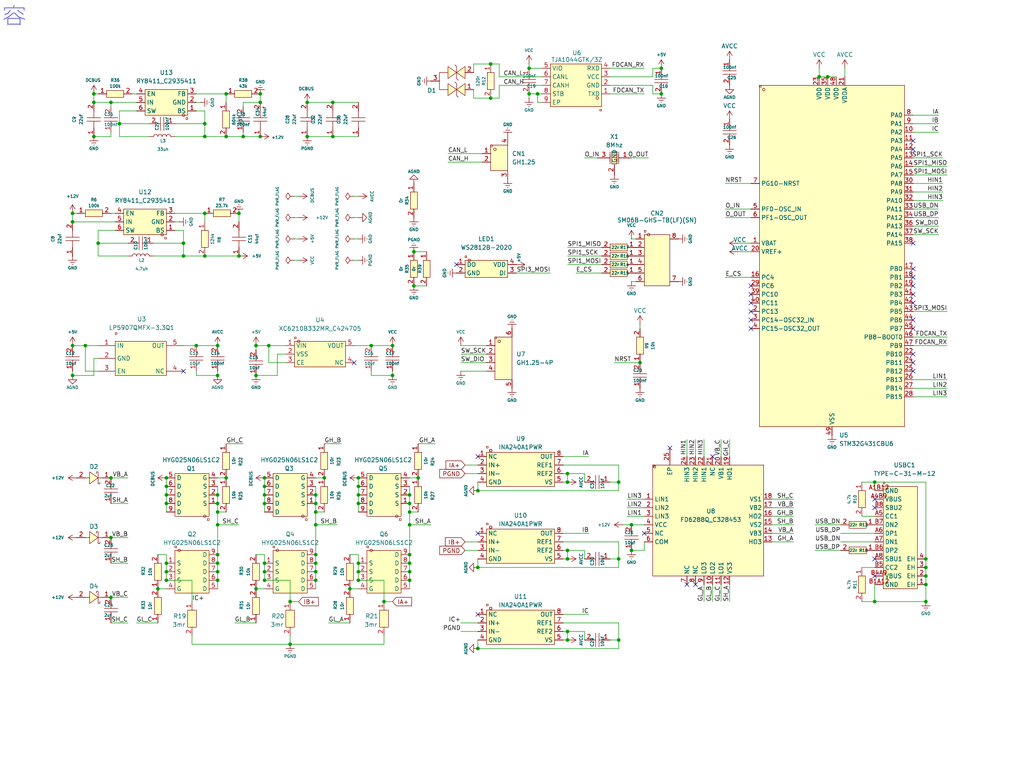
<source format=kicad_sch>
(kicad_sch (version 20250114) (generator "eeschema") (generator_version "9.0")
  (paper "User" 304.8 228.6)
  (text "母线电容\n" (at -6.858 5.334 0) (effects (font (size 5.08 5.08))))
  (junction (at 78.74 172.72))
  (junction (at 121.92 147.32))
  (junction (at 121.92 170.18))
  (junction (at 64.77 111.76))
  (junction (at 60.96 76.2))
  (junction (at 86.36 191.77))
  (junction (at 64.77 152.4))
  (junction (at 99.06 30.48))
  (junction (at 21.59 111.76))
  (junction (at 106.68 144.78))
  (junction (at 160.02 27.94))
  (junction (at 106.68 170.18))
  (junction (at 78.74 147.32))
  (junction (at 21.59 63.5))
  (junction (at 33.02 30.48))
  (junction (at 33.02 177.8))
  (junction (at 93.98 167.64))
  (junction (at 21.59 102.87))
  (junction (at 96.52 142.24))
  (junction (at 146.05 29.21))
  (junction (at 91.44 40.64))
  (junction (at 25.4 102.87))
  (junction (at 121.92 165.1))
  (junction (at 168.91 190.5))
  (junction (at 64.77 172.72))
  (junction (at 78.74 149.86))
  (junction (at 64.77 170.18))
  (junction (at 54.61 76.2))
  (junction (at 275.59 173.99))
  (junction (at 196.85 20.32))
  (junction (at 54.61 72.39))
  (junction (at 260.35 179.07))
  (junction (at 106.68 149.86))
  (junction (at 49.53 149.86))
  (junction (at 58.42 102.87))
  (junction (at 99.06 40.64))
  (junction (at 142.24 193.04))
  (junction (at 184.15 190.5))
  (junction (at 27.94 30.48))
  (junction (at 275.59 166.37))
  (junction (at 196.85 27.94))
  (junction (at 76.2 111.76))
  (junction (at 275.59 179.07))
  (junction (at 91.44 30.48))
  (junction (at 146.05 19.05))
  (junction (at 121.92 172.72))
  (junction (at 33.02 160.02))
  (junction (at 60.96 40.64))
  (junction (at 157.48 20.32))
  (junction (at 80.01 102.87))
  (junction (at 64.77 167.64))
  (junction (at 93.98 165.1))
  (junction (at 116.84 111.76))
  (junction (at 64.77 149.86))
  (junction (at 142.24 146.05))
  (junction (at 104.14 175.26))
  (junction (at 93.98 172.72))
  (junction (at 168.91 187.96))
  (junction (at 64.77 156.21))
  (junction (at 168.91 163.83))
  (junction (at 184.15 143.51))
  (junction (at 86.36 179.07))
  (junction (at 67.31 142.24))
  (junction (at 123.19 74.93))
  (junction (at 78.74 142.24))
  (junction (at 123.19 85.09))
  (junction (at 64.77 165.1))
  (junction (at 260.35 143.51))
  (junction (at 49.53 170.18))
  (junction (at 93.98 147.32))
  (junction (at 93.98 170.18))
  (junction (at 106.68 142.24))
  (junction (at 49.53 144.78))
  (junction (at 60.96 36.83))
  (junction (at 77.47 27.94))
  (junction (at 77.47 40.64))
  (junction (at 49.53 172.72))
  (junction (at 187.96 156.21))
  (junction (at 46.99 175.26))
  (junction (at 124.46 142.24))
  (junction (at 275.59 168.91))
  (junction (at 27.94 40.64))
  (junction (at 76.2 102.87))
  (junction (at 243.84 22.86))
  (junction (at 21.59 66.04))
  (junction (at 78.74 170.18))
  (junction (at 121.92 156.21))
  (junction (at 168.91 143.51))
  (junction (at 29.21 72.39))
  (junction (at 27.94 27.94))
  (junction (at 184.15 166.37))
  (junction (at 93.98 156.21))
  (junction (at 168.91 166.37))
  (junction (at 190.5 107.95))
  (junction (at 33.02 142.24))
  (junction (at 157.48 27.94))
  (junction (at 72.39 40.64))
  (junction (at 116.84 102.87))
  (junction (at 60.96 63.5))
  (junction (at 71.12 63.5))
  (junction (at 106.68 167.64))
  (junction (at 64.77 147.32))
  (junction (at 106.68 172.72))
  (junction (at 78.74 167.64))
  (junction (at 121.92 152.4))
  (junction (at 64.77 102.87))
  (junction (at 246.38 22.86))
  (junction (at 168.91 140.97))
  (junction (at 93.98 149.86))
  (junction (at 275.59 171.45))
  (junction (at 71.12 76.2))
  (junction (at 93.98 152.4))
  (junction (at 49.53 142.24))
  (junction (at 106.68 147.32))
  (junction (at 76.2 175.26))
  (junction (at 121.92 167.64))
  (junction (at 67.31 27.94))
  (junction (at 35.56 36.83))
  (junction (at 49.53 167.64))
  (junction (at 110.49 102.87))
  (junction (at 187.96 163.83))
  (junction (at 121.92 149.86))
  (junction (at 142.24 168.91))
  (junction (at 114.3 179.07))
  (junction (at 49.53 147.32))
  (junction (at 78.74 144.78))
  (junction (at 67.31 40.64))
  (junction (at 77.47 30.48))
  (no_connect (at 135.89 78.74))
  (no_connect (at 271.78 80.01))
  (no_connect (at 271.78 90.17))
  (no_connect (at 105.41 107.95))
  (no_connect (at 142.24 182.88))
  (no_connect (at 191.77 158.75))
  (no_connect (at 223.52 90.17))
  (no_connect (at 212.09 135.89))
  (no_connect (at 271.78 97.79))
  (no_connect (at 271.78 44.45))
  (no_connect (at 223.52 87.63))
  (no_connect (at 271.78 107.95))
  (no_connect (at 271.78 110.49))
  (no_connect (at 271.78 41.91))
  (no_connect (at 260.35 151.13))
  (no_connect (at 271.78 87.63))
  (no_connect (at 271.78 105.41))
  (no_connect (at 260.35 166.37))
  (no_connect (at 142.24 135.89))
  (no_connect (at 271.78 82.55))
  (no_connect (at 271.78 72.39))
  (no_connect (at 260.35 148.59))
  (no_connect (at 260.35 171.45))
  (no_connect (at 223.52 97.79))
  (no_connect (at 54.61 110.49))
  (no_connect (at 271.78 85.09))
  (no_connect (at 271.78 95.25))
  (no_connect (at 204.47 173.99))
  (no_connect (at 223.52 95.25))
  (no_connect (at 142.24 158.75))
  (no_connect (at 223.52 92.71))
  (no_connect (at 223.52 85.09))
  (no_connect (at 207.01 173.99))
  (no_connect (at 199.39 133.35))
  (wire (pts (xy 49.53 172.72) (xy 57.15 172.72)))
  (wire (pts (xy 49.53 147.32) (xy 49.53 144.78)))
  (wire (pts (xy 93.98 152.4) (xy 93.98 156.21)))
  (wire (pts (xy 29.21 72.39) (xy 38.1 72.39)))
  (wire (pts (xy 157.48 20.32) (xy 161.29 20.32)))
  (wire (pts (xy 280.67 54.61) (xy 271.78 54.61)))
  (wire (pts (xy 57.15 172.72) (xy 57.15 179.07)))
  (wire (pts (xy 21.59 63.5) (xy 21.59 66.04)))
  (wire (pts (xy 38.1 167.64) (xy 33.02 167.64)))
  (wire (pts (xy 64.77 172.72) (xy 64.77 175.26)))
  (wire (pts (xy 168.91 163.83) (xy 173.99 163.83)))
  (wire (pts (xy 204.47 130.81) (xy 204.47 135.89)))
  (wire (pts (xy 173.99 140.97) (xy 173.99 143.51)))
  (wire (pts (xy 45.72 72.39) (xy 54.61 72.39)))
  (wire (pts (xy 93.98 152.4) (xy 96.52 152.4)))
  (wire (pts (xy 242.57 156.21) (xy 250.19 156.21)))
  (wire (pts (xy 280.67 46.99) (xy 271.78 46.99)))
  (wire (pts (xy 168.91 78.74) (xy 179.07 78.74)))
  (wire (pts (xy 187.96 46.99) (xy 193.04 46.99)))
  (wire (pts (xy 181.61 25.4) (xy 194.31 25.4)))
  (wire (pts (xy 275.59 173.99) (xy 275.59 179.07)))
  (wire (pts (xy 27.94 27.94) (xy 27.94 30.48)))
  (wire (pts (xy 49.53 152.4) (xy 49.53 149.86)))
  (wire (pts (xy 167.64 138.43) (xy 184.15 138.43)))
  (wire (pts (xy 93.98 172.72) (xy 93.98 175.26)))
  (wire (pts (xy 121.92 142.24) (xy 124.46 142.24)))
  (wire (pts (xy 29.21 76.2) (xy 38.1 76.2)))
  (wire (pts (xy 187.96 71.12) (xy 189.23 71.12)))
  (wire (pts (xy 137.16 185.42) (xy 142.24 185.42)))
  (wire (pts (xy 196.85 27.94) (xy 194.31 27.94)))
  (wire (pts (xy 281.94 92.71) (xy 271.78 92.71)))
  (wire (pts (xy 281.94 118.11) (xy 271.78 118.11)))
  (wire (pts (xy 279.4 39.37) (xy 271.78 39.37)))
  (wire (pts (xy 184.15 146.05) (xy 142.24 146.05)))
  (wire (pts (xy 105.41 71.12) (xy 106.68 71.12)))
  (wire (pts (xy 114.3 179.07) (xy 116.84 179.07)))
  (wire (pts (xy 58.42 27.94) (xy 67.31 27.94)))
  (wire (pts (xy 82.55 105.41) (xy 85.09 105.41)))
  (wire (pts (xy 256.54 143.51) (xy 260.35 143.51)))
  (wire (pts (xy 121.92 165.1) (xy 121.92 167.64)))
  (wire (pts (xy 275.59 166.37) (xy 275.59 168.91)))
  (wire (pts (xy 33.02 40.64) (xy 27.94 40.64)))
  (wire (pts (xy 60.96 40.64) (xy 67.31 40.64)))
  (wire (pts (xy 168.91 187.96) (xy 168.91 190.5)))
  (wire (pts (xy 29.21 27.94) (xy 27.94 27.94)))
  (wire (pts (xy 185.42 156.21) (xy 187.96 156.21)))
  (wire (pts (xy 93.98 156.21) (xy 93.98 165.1)))
  (wire (pts (xy 52.07 63.5) (xy 60.96 63.5)))
  (wire (pts (xy 138.43 161.29) (xy 142.24 161.29)))
  (wire (pts (xy 49.53 170.18) (xy 49.53 172.72)))
  (wire (pts (xy 223.52 64.77) (xy 215.9 64.77)))
  (wire (pts (xy 25.4 102.87) (xy 29.21 102.87)))
  (wire (pts (xy 123.19 85.09) (xy 127 85.09)))
  (wire (pts (xy 168.91 163.83) (xy 168.91 166.37)))
  (wire (pts (xy 161.29 30.48) (xy 160.02 30.48)))
  (wire (pts (xy 167.64 140.97) (xy 168.91 140.97)))
  (wire (pts (xy 184.15 185.42) (xy 184.15 190.5)))
  (wire (pts (xy 121.92 149.86) (xy 121.92 147.32)))
  (wire (pts (xy 171.45 81.28) (xy 179.07 81.28)))
  (wire (pts (xy 219.71 72.39) (xy 223.52 72.39)))
  (wire (pts (xy 181.61 190.5) (xy 184.15 190.5)))
  (wire (pts (xy 60.96 40.64) (xy 60.96 36.83)))
  (wire (pts (xy 38.1 149.86) (xy 33.02 149.86)))
  (wire (pts (xy 54.61 72.39) (xy 54.61 68.58)))
  (wire (pts (xy 82.55 111.76) (xy 82.55 105.41)))
  (wire (pts (xy 121.92 152.4) (xy 124.46 152.4)))
  (wire (pts (xy 57.15 191.77) (xy 86.36 191.77)))
  (wire (pts (xy 21.59 111.76) (xy 27.94 111.76)))
  (wire (pts (xy 133.35 48.26) (xy 143.51 48.26)))
  (wire (pts (xy 148.59 22.86) (xy 161.29 22.86)))
  (wire (pts (xy 279.4 67.31) (xy 271.78 67.31)))
  (wire (pts (xy 29.21 68.58) (xy 34.29 68.58)))
  (wire (pts (xy 105.41 58.42) (xy 106.68 58.42)))
  (wire (pts (xy 256.54 179.07) (xy 260.35 179.07)))
  (wire (pts (xy 78.74 149.86) (xy 78.74 147.32)))
  (wire (pts (xy 236.22 151.13) (xy 229.87 151.13)))
  (wire (pts (xy 35.56 36.83) (xy 44.45 36.83)))
  (wire (pts (xy 60.96 76.2) (xy 71.12 76.2)))
  (wire (pts (xy 64.77 170.18) (xy 64.77 172.72)))
  (wire (pts (xy 27.94 111.76) (xy 27.94 106.68)))
  (wire (pts (xy 121.92 167.64) (xy 121.92 170.18)))
  (wire (pts (xy 121.92 152.4) (xy 121.92 156.21)))
  (wire (pts (xy 142.24 146.05) (xy 142.24 143.51)))
  (wire (pts (xy 64.77 167.64) (xy 64.77 170.18)))
  (wire (pts (xy 52.07 40.64) (xy 60.96 40.64)))
  (wire (pts (xy 168.91 143.51) (xy 167.64 143.51)))
  (wire (pts (xy 80.01 102.87) (xy 85.09 102.87)))
  (wire (pts (xy 39.37 27.94) (xy 40.64 27.94)))
  (wire (pts (xy 168.91 187.96) (xy 173.99 187.96)))
  (wire (pts (xy 173.99 187.96) (xy 173.99 190.5)))
  (wire (pts (xy 27.94 30.48) (xy 33.02 30.48)))
  (wire (pts (xy 91.44 30.48) (xy 99.06 30.48)))
  (wire (pts (xy 35.56 36.83) (xy 35.56 40.64)))
  (wire (pts (xy 275.59 143.51) (xy 275.59 166.37)))
  (wire (pts (xy 179.07 73.66) (xy 168.91 73.66)))
  (wire (pts (xy 279.4 69.85) (xy 271.78 69.85)))
  (wire (pts (xy 99.06 30.48) (xy 106.68 30.48)))
  (wire (pts (xy 40.64 185.42) (xy 46.99 185.42)))
  (wire (pts (xy 58.42 30.48) (xy 59.69 30.48)))
  (wire (pts (xy 21.59 110.49) (xy 21.59 111.76)))
  (wire (pts (xy 54.61 76.2) (xy 60.96 76.2)))
  (wire (pts (xy 116.84 111.76) (xy 110.49 111.76)))
  (wire (pts (xy 140.97 29.21) (xy 146.05 29.21)))
  (wire (pts (xy 168.91 190.5) (xy 167.64 190.5)))
  (wire (pts (xy 121.92 170.18) (xy 121.92 172.72)))
  (wire (pts (xy 275.59 168.91) (xy 275.59 171.45)))
  (wire (pts (xy 184.15 166.37) (xy 184.15 168.91)))
  (wire (pts (xy 186.69 153.67) (xy 191.77 153.67)))
  (wire (pts (xy 160.02 30.48) (xy 160.02 27.94)))
  (wire (pts (xy 167.64 158.75) (xy 175.26 158.75)))
  (wire (pts (xy 275.59 171.45) (xy 275.59 173.99)))
  (wire (pts (xy 106.68 149.86) (xy 106.68 147.32)))
  (wire (pts (xy 54.61 102.87) (xy 58.42 102.87)))
  (wire (pts (xy 87.63 77.47) (xy 88.9 77.47)))
  (wire (pts (xy 69.85 185.42) (xy 76.2 185.42)))
  (wire (pts (xy 64.77 142.24) (xy 67.31 142.24)))
  (wire (pts (xy 25.4 110.49) (xy 25.4 102.87)))
  (wire (pts (xy 209.55 179.07) (xy 209.55 173.99)))
  (wire (pts (xy 137.16 105.41) (xy 144.78 105.41)))
  (wire (pts (xy 114.3 191.77) (xy 86.36 191.77)))
  (wire (pts (xy 104.14 165.1) (xy 106.68 165.1)))
  (wire (pts (xy 137.16 110.49) (xy 144.78 110.49)))
  (wire (pts (xy 236.22 156.21) (xy 229.87 156.21)))
  (wire (pts (xy 194.31 20.32) (xy 196.85 20.32)))
  (wire (pts (xy 223.52 54.61) (xy 215.9 54.61)))
  (wire (pts (xy 128.27 156.21) (xy 121.92 156.21)))
  (wire (pts (xy 281.94 100.33) (xy 271.78 100.33)))
  (wire (pts (xy 163.83 81.28) (xy 153.67 81.28)))
  (wire (pts (xy 184.15 190.5) (xy 184.15 193.04)))
  (wire (pts (xy 106.68 142.24) (xy 106.68 144.78)))
  (wire (pts (xy 60.96 63.5) (xy 60.96 66.04)))
  (wire (pts (xy 93.98 149.86) (xy 93.98 152.4)))
  (wire (pts (xy 236.22 161.29) (xy 229.87 161.29)))
  (wire (pts (xy 76.2 111.76) (xy 82.55 111.76)))
  (wire (pts (xy 140.97 19.05) (xy 146.05 19.05)))
  (wire (pts (xy 184.15 161.29) (xy 184.15 166.37)))
  (wire (pts (xy 173.99 163.83) (xy 173.99 166.37)))
  (wire (pts (xy 191.77 161.29) (xy 191.77 163.83)))
  (wire (pts (xy 236.22 158.75) (xy 229.87 158.75)))
  (wire (pts (xy 281.94 113.03) (xy 271.78 113.03)))
  (wire (pts (xy 167.64 163.83) (xy 168.91 163.83)))
  (wire (pts (xy 93.98 167.64) (xy 93.98 170.18)))
  (wire (pts (xy 93.98 165.1) (xy 93.98 167.64)))
  (wire (pts (xy 88.9 58.42) (xy 87.63 58.42)))
  (wire (pts (xy 250.19 161.29) (xy 260.35 161.29)))
  (wire (pts (xy 45.72 76.2) (xy 54.61 76.2)))
  (wire (pts (xy 22.86 63.5) (xy 21.59 63.5)))
  (wire (pts (xy 46.99 175.26) (xy 49.53 175.26)))
  (wire (pts (xy 281.94 115.57) (xy 271.78 115.57)))
  (wire (pts (xy 33.02 30.48) (xy 40.64 30.48)))
  (wire (pts (xy 104.14 175.26) (xy 106.68 175.26)))
  (wire (pts (xy 106.68 170.18) (xy 106.68 172.72)))
  (wire (pts (xy 191.77 27.94) (xy 181.61 27.94)))
  (wire (pts (xy 27.94 106.68) (xy 29.21 106.68)))
  (wire (pts (xy 72.39 39.37) (xy 72.39 40.64)))
  (wire (pts (xy 223.52 62.23) (xy 215.9 62.23)))
  (wire (pts (xy 279.4 64.77) (xy 271.78 64.77)))
  (wire (pts (xy 157.48 27.94) (xy 160.02 27.94)))
  (wire (pts (xy 256.54 153.67) (xy 260.35 153.67)))
  (wire (pts (xy 194.31 22.86) (xy 194.31 20.32)))
  (wire (pts (xy 21.59 66.04) (xy 34.29 66.04)))
  (wire (pts (xy 168.91 140.97) (xy 173.99 140.97)))
  (wire (pts (xy 105.41 64.77) (xy 106.68 64.77)))
  (wire (pts (xy 214.63 179.07) (xy 214.63 173.99)))
  (wire (pts (xy 58.42 33.02) (xy 60.96 33.02)))
  (wire (pts (xy 236.22 148.59) (xy 229.87 148.59)))
  (wire (pts (xy 64.77 149.86) (xy 64.77 152.4)))
  (wire (pts (xy 246.38 22.86) (xy 248.92 22.86)))
  (wire (pts (xy 33.02 63.5) (xy 34.29 63.5)))
  (wire (pts (xy 187.96 156.21) (xy 191.77 156.21)))
  (wire (pts (xy 215.9 82.55) (xy 223.52 82.55)))
  (wire (pts (xy 78.74 172.72) (xy 86.36 172.72)))
  (wire (pts (xy 110.49 102.87) (xy 116.84 102.87)))
  (wire (pts (xy 194.31 27.94) (xy 194.31 25.4)))
  (wire (pts (xy 142.24 193.04) (xy 142.24 190.5)))
  (wire (pts (xy 106.68 167.64) (xy 106.68 170.18)))
  (wire (pts (xy 212.09 179.07) (xy 212.09 173.99)))
  (wire (pts (xy 167.64 161.29) (xy 184.15 161.29)))
  (wire (pts (xy 217.17 130.81) (xy 217.17 135.89)))
  (wire (pts (xy 167.64 187.96) (xy 168.91 187.96)))
  (wire (pts (xy 137.16 107.95) (xy 144.78 107.95)))
  (wire (pts (xy 35.56 40.64) (xy 44.45 40.64)))
  (wire (pts (xy 97.79 185.42) (xy 104.14 185.42)))
  (wire (pts (xy 168.91 140.97) (xy 168.91 143.51)))
  (wire (pts (xy 116.84 110.49) (xy 116.84 111.76)))
  (wire (pts (xy 93.98 149.86) (xy 93.98 147.32)))
  (wire (pts (xy 181.61 143.51) (xy 184.15 143.51)))
  (wire (pts (xy 38.1 142.24) (xy 33.02 142.24)))
  (wire (pts (xy 78.74 147.32) (xy 78.74 144.78)))
  (wire (pts (xy 271.78 34.29) (xy 279.4 34.29)))
  (wire (pts (xy 33.02 39.37) (xy 33.02 40.64)))
  (wire (pts (xy 148.59 22.86) (xy 148.59 19.05)))
  (wire (pts (xy 168.91 166.37) (xy 167.64 166.37)))
  (wire (pts (xy 57.15 189.23) (xy 57.15 191.77)))
  (wire (pts (xy 38.1 160.02) (xy 33.02 160.02)))
  (wire (pts (xy 140.97 21.59) (xy 140.97 19.05)))
  (wire (pts (xy 271.78 36.83) (xy 279.4 36.83)))
  (wire (pts (xy 78.74 170.18) (xy 78.74 172.72)))
  (wire (pts (xy 64.77 111.76) (xy 64.77 110.49)))
  (wire (pts (xy 280.67 59.69) (xy 271.78 59.69)))
  (wire (pts (xy 93.98 170.18) (xy 93.98 172.72)))
  (wire (pts (xy 64.77 152.4) (xy 67.31 152.4)))
  (wire (pts (xy 105.41 102.87) (xy 110.49 102.87)))
  (wire (pts (xy 38.1 177.8) (xy 33.02 177.8)))
  (wire (pts (xy 148.59 29.21) (xy 146.05 29.21)))
  (wire (pts (xy 58.42 102.87) (xy 64.77 102.87)))
  (wire (pts (xy 142.24 140.97) (xy 138.43 140.97)))
  (wire (pts (xy 138.43 163.83) (xy 142.24 163.83)))
  (wire (pts (xy 21.59 102.87) (xy 25.4 102.87)))
  (wire (pts (xy 91.44 40.64) (xy 99.06 40.64)))
  (wire (pts (xy 133.35 45.72) (xy 143.51 45.72)))
  (wire (pts (xy 114.3 172.72) (xy 114.3 179.07)))
  (wire (pts (xy 100.33 156.21) (xy 93.98 156.21)))
  (wire (pts (xy 87.63 71.12) (xy 88.9 71.12)))
  (wire (pts (xy 64.77 147.32) (xy 64.77 144.78)))
  (wire (pts (xy 29.21 110.49) (xy 25.4 110.49)))
  (wire (pts (xy 64.77 152.4) (xy 64.77 156.21)))
  (wire (pts (xy 181.61 22.86) (xy 194.31 22.86)))
  (wire (pts (xy 87.63 64.77) (xy 88.9 64.77)))
  (wire (pts (xy 71.12 156.21) (xy 64.77 156.21)))
  (wire (pts (xy 279.4 62.23) (xy 271.78 62.23)))
  (wire (pts (xy 35.56 33.02) (xy 40.64 33.02)))
  (wire (pts (xy 190.5 107.95) (xy 182.88 107.95)))
  (wire (pts (xy 209.55 130.81) (xy 209.55 135.89)))
  (wire (pts (xy 190.5 96.52) (xy 190.5 97.79)))
  (wire (pts (xy 167.64 185.42) (xy 184.15 185.42)))
  (wire (pts (xy 67.31 27.94) (xy 67.31 30.48)))
  (wire (pts (xy 121.92 172.72) (xy 121.92 175.26)))
  (wire (pts (xy 186.69 148.59) (xy 191.77 148.59)))
  (wire (pts (xy 157.48 19.05) (xy 157.48 20.32)))
  (wire (pts (xy 250.19 158.75) (xy 260.35 158.75)))
  (wire (pts (xy 281.94 52.07) (xy 271.78 52.07)))
  (wire (pts (xy 137.16 187.96) (xy 142.24 187.96)))
  (wire (pts (xy 49.53 167.64) (xy 49.53 170.18)))
  (wire (pts (xy 78.74 167.64) (xy 78.74 170.18)))
  (wire (pts (xy 260.35 146.05) (xy 260.35 143.51)))
  (wire (pts (xy 148.59 25.4) (xy 161.29 25.4)))
  (wire (pts (xy 99.06 40.64) (xy 106.68 40.64)))
  (wire (pts (xy 123.19 74.93) (xy 127 74.93)))
  (wire (pts (xy 256.54 168.91) (xy 260.35 168.91)))
  (wire (pts (xy 184.15 138.43) (xy 184.15 143.51)))
  (wire (pts (xy 138.43 138.43) (xy 142.24 138.43)))
  (wire (pts (xy 148.59 25.4) (xy 148.59 29.21)))
  (wire (pts (xy 49.53 142.24) (xy 49.53 144.78)))
  (wire (pts (xy 157.48 29.21) (xy 157.48 27.94)))
  (wire (pts (xy 236.22 153.67) (xy 229.87 153.67)))
  (wire (pts (xy 106.68 172.72) (xy 114.3 172.72)))
  (wire (pts (xy 78.74 152.4) (xy 78.74 149.86)))
  (wire (pts (xy 186.69 151.13) (xy 191.77 151.13)))
  (wire (pts (xy 168.91 76.2) (xy 179.07 76.2)))
  (wire (pts (xy 64.77 149.86) (xy 64.77 147.32)))
  (wire (pts (xy 191.77 163.83) (xy 187.96 163.83)))
  (wire (pts (xy 121.92 156.21) (xy 121.92 165.1)))
  (wire (pts (xy 214.63 130.81) (xy 214.63 135.89)))
  (wire (pts (xy 191.77 20.32) (xy 181.61 20.32)))
  (wire (pts (xy 181.61 166.37) (xy 184.15 166.37)))
  (wire (pts (xy 76.2 102.87) (xy 80.01 102.87)))
  (wire (pts (xy 78.74 165.1) (xy 78.74 167.64)))
  (wire (pts (xy 76.2 175.26) (xy 78.74 175.26)))
  (wire (pts (xy 77.47 27.94) (xy 77.47 30.48)))
  (wire (pts (xy 64.77 165.1) (xy 64.77 167.64)))
  (wire (pts (xy 72.39 30.48) (xy 77.47 30.48)))
  (wire (pts (xy 219.71 74.93) (xy 223.52 74.93)))
  (wire (pts (xy 114.3 189.23) (xy 114.3 191.77)))
  (wire (pts (xy 121.92 147.32) (xy 121.92 144.78)))
  (wire (pts (xy 105.41 77.47) (xy 106.68 77.47)))
  (wire (pts (xy 35.56 33.02) (xy 35.56 36.83)))
  (wire (pts (xy 72.39 132.08) (xy 67.31 132.08)))
  (wire (pts (xy 167.64 135.89) (xy 175.26 135.89)))
  (wire (pts (xy 80.01 107.95) (xy 80.01 102.87)))
  (wire (pts (xy 110.49 111.76) (xy 110.49 110.49)))
  (wire (pts (xy 217.17 179.07) (xy 217.17 173.99)))
  (wire (pts (xy 187.96 83.82) (xy 189.23 83.82)))
  (wire (pts (xy 129.54 132.08) (xy 124.46 132.08)))
  (wire (pts (xy 148.59 19.05) (xy 146.05 19.05)))
  (wire (pts (xy 243.84 20.32) (xy 243.84 22.86)))
  (wire (pts (xy 72.39 40.64) (xy 77.47 40.64)))
  (wire (pts (xy 49.53 165.1) (xy 49.53 167.64)))
  (wire (pts (xy 184.15 143.51) (xy 184.15 146.05)))
  (wire (pts (xy 49.53 149.86) (xy 49.53 147.32)))
  (wire (pts (xy 242.57 163.83) (xy 250.19 163.83)))
  (wire (pts (xy 177.8 46.99) (xy 173.99 46.99)))
  (wire (pts (xy 67.31 40.64) (xy 72.39 40.64)))
  (wire (pts (xy 60.96 36.83) (xy 60.96 33.02)))
  (wire (pts (xy 86.36 179.07) (xy 88.9 179.07)))
  (wire (pts (xy 106.68 165.1) (xy 106.68 167.64)))
  (wire (pts (xy 85.09 107.95) (xy 80.01 107.95)))
  (wire (pts (xy 260.35 179.07) (xy 275.59 179.07)))
  (wire (pts (xy 58.42 110.49) (xy 58.42 111.76)))
  (wire (pts (xy 106.68 147.32) (xy 106.68 144.78)))
  (wire (pts (xy 86.36 189.23) (xy 86.36 191.77)))
  (wire (pts (xy 167.64 182.88) (xy 175.26 182.88)))
  (wire (pts (xy 52.07 68.58) (xy 54.61 68.58)))
  (wire (pts (xy 54.61 76.2) (xy 54.61 72.39)))
  (wire (pts (xy 106.68 152.4) (xy 106.68 149.86)))
  (wire (pts (xy 76.2 165.1) (xy 78.74 165.1)))
  (wire (pts (xy 58.42 111.76) (xy 64.77 111.76)))
  (wire (pts (xy 29.21 72.39) (xy 29.21 76.2)))
  (wire (pts (xy 161.29 27.94) (xy 160.02 27.94)))
  (wire (pts (xy 137.16 102.87) (xy 144.78 102.87)))
  (wire (pts (xy 121.92 149.86) (xy 121.92 152.4)))
  (wire (pts (xy 33.02 30.48) (xy 33.02 31.75)))
  (wire (pts (xy 140.97 26.67) (xy 140.97 29.21)))
  (wire (pts (xy 243.84 22.86) (xy 246.38 22.86)))
  (wire (pts (xy 142.24 168.91) (xy 142.24 166.37)))
  (wire (pts (xy 52.07 36.83) (xy 60.96 36.83)))
  (wire (pts (xy 46.99 165.1) (xy 49.53 165.1)))
  (wire (pts (xy 280.67 57.15) (xy 271.78 57.15)))
  (wire (pts (xy 38.1 185.42) (xy 33.02 185.42)))
  (wire (pts (xy 72.39 31.75) (xy 72.39 30.48)))
  (wire (pts (xy 101.6 132.08) (xy 96.52 132.08)))
  (wire (pts (xy 281.94 102.87) (xy 271.78 102.87)))
  (wire (pts (xy 86.36 172.72) (xy 86.36 179.07)))
  (wire (pts (xy 271.78 49.53) (xy 281.94 49.53)))
  (wire (pts (xy 29.21 68.58) (xy 29.21 72.39)))
  (wire (pts (xy 260.35 173.99) (xy 260.35 179.07)))
  (wire (pts (xy 93.98 142.24) (xy 96.52 142.24)))
  (wire (pts (xy 251.46 20.32) (xy 251.46 22.86)))
  (wire (pts (xy 184.15 168.91) (xy 142.24 168.91)))
  (wire (pts (xy 52.07 66.04) (xy 53.34 66.04)))
  (wire (pts (xy 207.01 130.81) (xy 207.01 135.89)))
  (wire (pts (xy 64.77 156.21) (xy 64.77 165.1)))
  (wire (pts (xy 184.15 193.04) (xy 142.24 193.04)))
  (wire (pts (xy 93.98 147.32) (xy 93.98 144.78)))
  (wire (pts (xy 71.12 63.5) (xy 71.12 66.04)))
  (wire (pts (xy 76.2 102.87) (xy 76.2 104.14)))
  (wire (pts (xy 260.35 143.51) (xy 275.59 143.51)))
  (wire (pts (xy 78.74 142.24) (xy 78.74 144.78)))
  (label "HIN1" (at 204.47 130.81 270))
  (label "SW_DIO" (at 279.4 67.31 180))
  (label "SH_C" (at 71.12 156.21 180))
  (label "HIN3" (at 280.67 59.69 180))
  (label "LIN2" (at 281.94 115.57 180))
  (label "GL_C" (at 214.63 179.07 90))
  (label "HIN2" (at 280.67 57.15 180))
  (label "USB_DP" (at 279.4 64.77 180))
  (label "FDCAN_TX" (at 191.77 27.94 180))
  (label "FDCAN_RX" (at 281.94 102.87 180))
  (label "SPI1_MISO" (at 168.91 73.66 0))
  (label "LIN3" (at 281.94 118.11 180))
  (label "SW_SCK" (at 137.16 105.41 0))
  (label "USB_DN" (at 250.19 161.29 180))
  (label "SW_SCK" (at 279.4 69.85 180))
  (label "VB_C" (at 214.63 130.81 270))
  (label "GH_C" (at 217.17 130.81 270))
  (label "USB_DN" (at 279.4 62.23 180))
  (label "GL_A" (at 97.79 185.42 0))
  (label "GH_C" (at 72.39 132.08 180))
  (label "LIN3" (at 186.69 148.59 0))
  (label "SH_B" (at 236.22 156.21 180))
  (label "IC+" (at 57.15 179.07 0))
  (label "SPI1_SCK" (at 168.91 76.2 0))
  (label "GH_B" (at 101.6 132.08 180))
  (label "SH_A" (at 217.17 179.07 90))
  (label "NRST" (at 215.9 54.61 0))
  (label "E_CS" (at 171.45 81.28 0))
  (label "SPI3_MOSI" (at 163.83 81.28 180))
  (label "SH_C" (at 236.22 148.59 180))
  (label "IA" (at 279.4 34.29 180))
  (label "GH_B" (at 236.22 153.67 180))
  (label "IC" (at 175.26 182.88 180))
  (label "SPI1_MOSI" (at 281.94 52.07 180))
  (label "USB_DP" (at 242.57 163.83 0))
  (label "FDCAN_TX" (at 281.94 100.33 180))
  (label "NRST" (at 182.88 107.95 0))
  (label "SPI1_MOSI" (at 168.91 78.74 0))
  (label "IA" (at 175.26 135.89 180))
  (label "O_OUT" (at 193.04 46.99 180))
  (label "GH_A" (at 129.54 132.08 180))
  (label "PGND" (at 137.16 187.96 180))
  (label "O_OUT" (at 215.9 64.77 0))
  (label "HIN3" (at 209.55 130.81 270))
  (label "SW_DIO" (at 137.16 107.95 0))
  (label "SH_A" (at 38.1 149.86 180))
  (label "LIN2" (at 186.69 151.13 0))
  (label "SPI1_MISO" (at 281.94 49.53 180))
  (label "VB_A" (at 236.22 158.75 180))
  (label "IB" (at 279.4 36.83 180))
  (label "GL_B" (at 212.09 179.07 90))
  (label "O_IN" (at 173.99 46.99 0))
  (label "SPI3_MOSI" (at 281.94 92.71 180))
  (label "VB_C" (at 38.1 177.8 180))
  (label "IC+" (at 137.16 185.42 180))
  (label "HIN1" (at 280.67 54.61 180))
  (label "GH_A" (at 236.22 161.29 180))
  (label "SH_C" (at 38.1 185.42 180))
  (label "SPI1_SCK" (at 280.67 46.99 180))
  (label "HIN2" (at 207.01 130.81 270))
  (label "CAN_H" (at 133.35 48.26 0))
  (label "GL_A" (at 209.55 179.07 90))
  (label "SH_A" (at 128.27 156.21 180))
  (label "USB_DN" (at 242.57 156.21 0))
  (label "LIN1" (at 186.69 153.67 0))
  (label "CAN_H" (at 149.86 25.4 0))
  (label "GL_B" (at 69.85 185.42 0))
  (label "SH_B" (at 100.33 156.21 180))
  (label "USB_DP" (at 250.19 158.75 180))
  (label "FDCAN_RX" (at 191.77 20.32 180))
  (label "IB" (at 175.26 158.75 180))
  (label "IC" (at 279.4 39.37 180))
  (label "SH_B" (at 38.1 167.64 180))
  (label "LIN1" (at 281.94 113.03 180))
  (label "GL_C" (at 40.64 185.42 0))
  (label "VB_B" (at 38.1 160.02 180))
  (label "CAN_L" (at 133.35 45.72 0))
  (label "CAN_L" (at 149.86 22.86 0))
  (label "O_IN" (at 215.9 62.23 0))
  (label "E_CS" (at 215.9 82.55 0))
  (label "VB_A" (at 38.1 142.24 180))
  (label "VB_B" (at 236.22 151.13 180))
  (global_label "PGND" (shape input) (at 138.43 140.97 180) (property "Intersheetrefs" "${INTERSHEET_REFS}" (effects (hide yes))))
  (global_label "IB+" (shape input) (at 138.43 161.29 180) (property "Intersheetrefs" "${INTERSHEET_REFS}" (effects (hide yes))))
  (global_label "IB+" (shape input) (at 88.9 179.07 0) (property "Intersheetrefs" "${INTERSHEET_REFS}" (effects (hide yes))))
  (global_label "IA+" (shape input) (at 138.43 138.43 180) (property "Intersheetrefs" "${INTERSHEET_REFS}" (effects (hide yes))))
  (global_label "IA+" (shape input) (at 116.84 179.07 0) (property "Intersheetrefs" "${INTERSHEET_REFS}" (effects (hide yes))))
  (global_label "PGND" (shape input) (at 138.43 163.83 180) (property "Intersheetrefs" "${INTERSHEET_REFS}" (effects (hide yes))))
  (symbol (lib_id "power:Earth") (at 201.93 83.82 90) (unit 1)
    (property "Reference" "#PWR040" (effects (hide yes)))
    (property "Value" "GND" (at 205.486 83.82 0) (effects (font (size 0.889 0.889))))
    (property "Description" "Power symbol creates a global label with name \"Earth\"" (effects (hide yes)))
  )
  (symbol (lib_id "EasyEDA:HYG025N06LS1C2") (at 86.36 147.32 180) (unit 1)
    (property "Reference" "Q3" (at 86.106 139.446 0))
    (property "Value" "HYG025N06LS1C2" (at 86.106 136.906 0))
    (property "Footprint" "EasyEDA:DFN-8_L5.9-W5.2-P1.27-LS6.2-BL" (effects (hide yes)))
    (property "LCSC Part" "C2827231" (effects (hide yes)))
  )
  (symbol (lib_id "EasyEDA:RC0603FR-07100KL") (at 96.52 137.16 270) (unit 1)
    (property "Reference" "R23" (at 100.838 137.414 0) (effects (font (size 0.889 0.889))))
    (property "Value" "10r" (at 98.806 137.16 0) (effects (font (size 0.889 0.889))))
    (property "Footprint" "EasyEDA:R0603" (effects (hide yes)))
    (property "Datasheet" "https://lcsc.com/product-detail/Chip-Resistor-Surface-Mount_100KR-1003-1_C14675.html" (effects (hide yes)))
    (property "LCSC Part" "C14675" (effects (hide yes)))
  )
  (symbol (lib_id "EasyEDA:0603B222K500NT") (at 33.02 35.56 90) (unit 1)
    (property "Reference" "C35" (at 30.988 34.036 90) (effects (font (size 0.889 0.889)) (justify right)))
    (property "Value" "100nf" (at 30.988 37.084 90) (effects (font (size 0.889 0.889)) (justify right)))
    (property "Footprint" "EasyEDA:C0603" (effects (hide yes)))
    (property "Datasheet" "https://lcsc.com/product-detail/Multilayer-Ceramic-Capacitors-MLCC-SMD-SMT_2-2nF-222-10-50V_C1604.html" (effects (hide yes)))
    (property "LCSC Part" "C1604" (effects (hide yes)))
  )
  (symbol (lib_id "power:Earth") (at 59.69 30.48 90) (unit 1)
    (property "Reference" "#PWR079" (effects (hide yes)))
    (property "Value" "GND" (at 63.246 30.48 0) (effects (font (size 0.889 0.889))))
    (property "Description" "Power symbol creates a global label with name \"Earth\"" (effects (hide yes)))
  )
  (symbol (lib_id "power:+48V") (at 78.74 142.24 90) (unit 1)
    (property "Reference" "#PWR047" (effects (hide yes)))
    (property "Value" "DCBUS" (at 74.676 142.494 0) (effects (font (size 0.889 0.889))))
    (property "Description" "Power symbol creates a global label with name \"+48V\"" (effects (hide yes)))
  )
  (symbol (lib_id "EasyEDA:RC0603FR-07100KL") (at 124.46 147.32 270) (unit 1)
    (property "Reference" "R27" (at 128.778 147.574 0) (effects (font (size 0.889 0.889))))
    (property "Value" "10k" (at 126.746 147.32 0) (effects (font (size 0.889 0.889))))
    (property "Footprint" "EasyEDA:R0603" (effects (hide yes)))
    (property "Datasheet" "https://lcsc.com/product-detail/Chip-Resistor-Surface-Mount_100KR-1003-1_C14675.html" (effects (hide yes)))
    (property "LCSC Part" "C14675" (effects (hide yes)))
  )
  (symbol (lib_id "power:+12V") (at 71.12 76.2 270) (unit 1)
    (property "Reference" "#PWR010" (effects (hide yes)))
    (property "Value" "+5V" (at 74.93 76.2 90) (effects (font (size 0.889 0.889)) (justify left)))
    (property "Description" "Power symbol creates a global label with name \"+12V\"" (effects (hide yes)))
  )
  (symbol (lib_id "EasyEDA:0603B222K500NT") (at 217.17 21.59 270) (unit 1)
    (property "Reference" "C25" (at 219.202 23.114 90) (effects (font (size 0.889 0.889)) (justify right)))
    (property "Value" "100nf" (at 219.202 20.066 90) (effects (font (size 0.889 0.889)) (justify right)))
    (property "Footprint" "EasyEDA:C0603" (effects (hide yes)))
    (property "Datasheet" "https://lcsc.com/product-detail/Multilayer-Ceramic-Capacitors-MLCC-SMD-SMT_2-2nF-222-10-50V_C1604.html" (effects (hide yes)))
    (property "LCSC Part" "C1604" (effects (hide yes)))
  )
  (symbol (lib_id "EasyEDA:TYPE-C-31-M-12") (at 269.24 160.02 0) (unit 1)
    (property "Reference" "USBC1" (at 269.24 138.43 0))
    (property "Value" "TYPE-C-31-M-12" (at 269.24 140.97 0))
    (property "Footprint" "EasyEDA:USB-C_SMD-TYPE-C-31-M-12_1" (effects (hide yes)))
    (property "Datasheet" "https://lcsc.com/product-detail/USB-Type-C_Korean-Hroparts-Elec-TYPE-C-31-M-12_C165948.html" (effects (hide yes)))
    (property "LCSC Part" "C165948" (effects (hide yes)))
  )
  (symbol (lib_id "power:Earth") (at 21.59 76.2 0) (unit 1)
    (property "Reference" "#PWR08" (effects (hide yes)))
    (property "Value" "GND" (at 21.59 79.756 0) (effects (font (size 0.889 0.889))))
    (property "Description" "Power symbol creates a global label with name \"Earth\"" (effects (hide yes)))
  )
  (symbol (lib_id "power:Earth") (at 128.27 24.13 270) (unit 1)
    (property "Reference" "#PWR043" (effects (hide yes)))
    (property "Value" "GND" (at 124.714 24.13 0) (effects (font (size 0.889 0.889))))
    (property "Description" "Power symbol creates a global label with name \"Earth\"" (effects (hide yes)))
  )
  (symbol (lib_id "EasyEDA:RC0603FR-07100KL") (at 67.31 137.16 270) (unit 1)
    (property "Reference" "R22" (at 71.628 137.414 0) (effects (font (size 0.889 0.889))))
    (property "Value" "10r" (at 69.596 137.16 0) (effects (font (size 0.889 0.889))))
    (property "Footprint" "EasyEDA:R0603" (effects (hide yes)))
    (property "Datasheet" "https://lcsc.com/product-detail/Chip-Resistor-Surface-Mount_100KR-1003-1_C14675.html" (effects (hide yes)))
    (property "LCSC Part" "C14675" (effects (hide yes)))
  )
  (symbol (lib_id "power:PWR_FLAG") (at 87.63 77.47 90) (unit 1)
    (property "Reference" "#FLG04" (effects (hide yes)))
    (property "Value" "PWR_FLAG" (at 82.55 77.47 0) (effects (font (size 0.762 0.762))))
    (property "Description" "Special symbol for telling ERC where power comes from" (effects (hide yes)))
  )
  (symbol (lib_id "power:+12V") (at 153.67 78.74 270) (unit 1)
    (property "Reference" "#PWR067" (effects (hide yes)))
    (property "Value" "+5V" (at 154.432 76.708 0) (effects (font (size 0.889 0.889))))
    (property "Description" "Power symbol creates a global label with name \"+12V\"" (effects (hide yes)))
  )
  (symbol (lib_id "EasyEDA:HYG025N06LS1C2") (at 114.3 147.32 180) (unit 1)
    (property "Reference" "Q5" (at 114.046 139.446 0))
    (property "Value" "HYG025N06LS1C2" (at 114.046 136.906 0))
    (property "Footprint" "EasyEDA:DFN-8_L5.9-W5.2-P1.27-LS6.2-BL" (effects (hide yes)))
    (property "LCSC Part" "C2827231" (effects (hide yes)))
  )
  (symbol (lib_id "power:+48V") (at 27.94 27.94 0) (unit 1)
    (property "Reference" "#PWR077" (effects (hide yes)))
    (property "Value" "DCBUS" (at 27.686 23.876 0) (effects (font (size 0.889 0.889))))
    (property "Description" "Power symbol creates a global label with name \"+48V\"" (effects (hide yes)))
  )
  (symbol (lib_id "EasyEDA:0603B222K500NT") (at 187.96 160.02 90) (unit 1)
    (property "Reference" "C21" (at 185.928 158.496 90) (effects (font (size 0.889 0.889)) (justify right)))
    (property "Value" "10uf" (at 185.928 161.544 90) (effects (font (size 0.889 0.889)) (justify right)))
    (property "Footprint" "EasyEDA:C0603" (effects (hide yes)))
    (property "Datasheet" "https://lcsc.com/product-detail/Multilayer-Ceramic-Capacitors-MLCC-SMD-SMT_2-2nF-222-10-50V_C1604.html" (effects (hide yes)))
    (property "LCSC Part" "C1604" (effects (hide yes)))
  )
  (symbol (lib_id "power:PWR_FLAG") (at 105.41 58.42 90) (unit 1)
    (property "Reference" "#FLG05" (effects (hide yes)))
    (property "Value" "PWR_FLAG" (at 100.33 58.42 0) (effects (font (size 0.762 0.762))))
    (property "Description" "Special symbol for telling ERC where power comes from" (effects (hide yes)))
  )
  (symbol (lib_id "power:Earth") (at 76.2 111.76 0) (unit 1)
    (property "Reference" "#PWR018" (effects (hide yes)))
    (property "Value" "GND" (at 76.2 115.316 0) (effects (font (size 0.889 0.889))))
    (property "Description" "Power symbol creates a global label with name \"Earth\"" (effects (hide yes)))
  )
  (symbol (lib_id "EasyEDA:CL31B106KBHNNNE") (at 21.59 71.12 90) (unit 1)
    (property "Reference" "C8" (at 15.748 71.12 0) (effects (font (size 0.889 0.889))))
    (property "Value" "22uf" (at 17.78 71.12 0) (effects (font (size 0.889 0.889))))
    (property "Footprint" "EasyEDA:C1206" (effects (hide yes)))
    (property "Datasheet" "https://lcsc.com/product-detail/Multilayer-Ceramic-Capacitors-MLCC-SMD-SMT_SAMSUNG_CL31B106KBHNNNE_10uF-106-10-50V_C89632.html" (effects (hide yes)))
    (property "LCSC Part" "C89632" (effects (hide yes)))
  )
  (symbol (lib_id "power:+12V") (at 243.84 20.32 0) (unit 1)
    (property "Reference" "#PWR020" (effects (hide yes)))
    (property "Value" "VCC" (at 243.84 16.256 0))
    (property "Description" "Power symbol creates a global label with name \"+12V\"" (effects (hide yes)))
  )
  (symbol (lib_id "power:Earth") (at 152.4 97.79 180) (unit 1)
    (property "Reference" "#PWR034" (effects (hide yes)))
    (property "Value" "GND" (at 152.4 94.234 0) (effects (font (size 0.889 0.889))))
    (property "Description" "Power symbol creates a global label with name \"Earth\"" (effects (hide yes)))
  )
  (symbol (lib_id "EasyEDA:INA240A1PWR") (at 154.94 162.56 0) (unit 1)
    (property "Reference" "U10" (at 154.94 153.416 0))
    (property "Value" "INA240A1PWR" (at 154.94 155.956 0))
    (property "Footprint" "EasyEDA:TSSOP-8_L4.4-W3.0-P0.65-LS6.4-BL" (effects (hide yes)))
    (property "Datasheet" "https://lcsc.com/product-detail/PMIC-Current-Power-Monitors-Regulators_TI_INA240A1PWR_INA240A1PWR_C93965.html" (effects (hide yes)))
    (property "LCSC Part" "C93965" (effects (hide yes)))
  )
  (symbol (lib_id "power:GND") (at 217.17 25.4 0) (unit 1)
    (property "Reference" "#PWR070" (effects (hide yes)))
    (property "Value" "AGND" (at 217.17 28.956 0) (effects (font (size 0.889 0.889))))
    (property "Description" "Power symbol creates a global label with name \"GND\" , ground" (effects (hide yes)))
  )
  (symbol (lib_id "power:Earth") (at 151.13 40.64 180) (unit 1)
    (property "Reference" "#PWR029" (effects (hide yes)))
    (property "Value" "GND" (at 151.13 37.084 0) (effects (font (size 0.889 0.889))))
    (property "Description" "Power symbol creates a global label with name \"Earth\"" (effects (hide yes)))
  )
  (symbol (lib_id "power:PWR_FLAG") (at 105.41 77.47 90) (unit 1)
    (property "Reference" "#FLG08" (effects (hide yes)))
    (property "Value" "PWR_FLAG" (at 100.33 77.47 0) (effects (font (size 0.762 0.762))))
    (property "Description" "Special symbol for telling ERC where power comes from" (effects (hide yes)))
  )
  (symbol (lib_id "EasyEDA:RC0603FR-07100KL") (at 67.31 147.32 270) (unit 1)
    (property "Reference" "R25" (at 71.628 147.574 0) (effects (font (size 0.889 0.889))))
    (property "Value" "10k" (at 69.596 147.32 0) (effects (font (size 0.889 0.889))))
    (property "Footprint" "EasyEDA:R0603" (effects (hide yes)))
    (property "Datasheet" "https://lcsc.com/product-detail/Chip-Resistor-Surface-Mount_100KR-1003-1_C14675.html" (effects (hide yes)))
    (property "LCSC Part" "C14675" (effects (hide yes)))
  )
  (symbol (lib_id "EasyEDA:RC0603FR-07100KL") (at 72.39 27.94 0) (unit 1)
    (property "Reference" "R38" (at 72.39 23.876 0) (effects (font (size 0.889 0.889))))
    (property "Value" "43k" (at 72.39 25.654 0) (effects (font (size 0.889 0.889))))
    (property "Footprint" "EasyEDA:R0603" (effects (hide yes)))
    (property "Datasheet" "https://lcsc.com/product-detail/Chip-Resistor-Surface-Mount_100KR-1003-1_C14675.html" (effects (hide yes)))
    (property "LCSC Part" "C14675" (effects (hide yes)))
  )
  (symbol (lib_id "EasyEDA:0603B222K500NT") (at 76.2 107.95 90) (unit 1)
    (property "Reference" "C15" (at 74.168 106.426 90) (effects (font (size 0.889 0.889)) (justify right)))
    (property "Value" "10uf" (at 74.168 109.474 90) (effects (font (size 0.889 0.889)) (justify right)))
    (property "Footprint" "EasyEDA:C0603" (effects (hide yes)))
    (property "Datasheet" "https://lcsc.com/product-detail/Multilayer-Ceramic-Capacitors-MLCC-SMD-SMT_2-2nF-222-10-50V_C1604.html" (effects (hide yes)))
    (property "LCSC Part" "C1604" (effects (hide yes)))
  )
  (symbol (lib_id "power:+12V") (at 88.9 77.47 270) (unit 1)
    (property "Reference" "#PWR062" (effects (hide yes)))
    (property "Value" "VCC" (at 92.964 77.47 0) (effects (font (size 0.889 0.889))))
    (property "Description" "Power symbol creates a global label with name \"+12V\"" (effects (hide yes)))
  )
  (symbol (lib_id "power:PWR_FLAG") (at 87.63 58.42 90) (unit 1)
    (property "Reference" "#FLG01" (effects (hide yes)))
    (property "Value" "PWR_FLAG" (at 82.55 58.42 0) (effects (font (size 0.762 0.762))))
    (property "Description" "Special symbol for telling ERC where power comes from" (effects (hide yes)))
  )
  (symbol (lib_id "power:Earth") (at 123.19 74.93 180) (unit 1)
    (property "Reference" "#PWR076" (effects (hide yes)))
    (property "Value" "PGND" (at 123.19 71.374 0) (effects (font (size 0.889 0.889))))
    (property "Description" "Power symbol creates a global label with name \"Earth\"" (effects (hide yes)))
  )
  (symbol (lib_id "power:+12V") (at 168.91 143.51 270) (unit 1)
    (property "Reference" "#PWR053" (effects (hide yes)))
    (property "Value" "AVCC" (at 172.974 143.51 0) (effects (font (size 0.889 0.889))))
    (property "Description" "Power symbol creates a global label with name \"+12V\"" (effects (hide yes)))
  )
  (symbol (lib_id "power:+12V") (at 185.42 156.21 90) (unit 1)
    (property "Reference" "#PWR044" (effects (hide yes)))
    (property "Value" "+12V" (at 181.61 156.21 90) (effects (font (size 0.889 0.889)) (justify left)))
    (property "Description" "Power symbol creates a global label with name \"+12V\"" (effects (hide yes)))
  )
  (symbol (lib_id "power:+48V") (at 88.9 58.42 270) (unit 1)
    (property "Reference" "#PWR059" (effects (hide yes)))
    (property "Value" "DCBUS" (at 92.964 58.166 0) (effects (font (size 0.889 0.889))))
    (property "Description" "Power symbol creates a global label with name \"+48V\"" (effects (hide yes)))
  )
  (symbol (lib_id "EasyEDA:RC0603FR-07100KL") (at 66.04 63.5 0) (unit 1)
    (property "Reference" "R7" (at 66.04 59.436 0) (effects (font (size 0.889 0.889))))
    (property "Value" "23.7k" (at 66.04 61.214 0) (effects (font (size 0.889 0.889))))
    (property "Footprint" "EasyEDA:R0603" (effects (hide yes)))
    (property "Datasheet" "https://lcsc.com/product-detail/Chip-Resistor-Surface-Mount_100KR-1003-1_C14675.html" (effects (hide yes)))
    (property "LCSC Part" "C14675" (effects (hide yes)))
  )
  (symbol (lib_id "EasyEDA:RC0603FR-07100KL") (at 255.27 156.21 180) (unit 1)
    (property "Reference" "R13" (at 257.048 156.21 0) (effects (font (size 0.889 0.889))))
    (property "Value" "22r" (at 254 156.21 0) (effects (font (size 0.889 0.889))))
    (property "Footprint" "EasyEDA:R0603" (effects (hide yes)))
    (property "Datasheet" "https://lcsc.com/product-detail/Chip-Resistor-Surface-Mount_100KR-1003-1_C14675.html" (effects (hide yes)))
    (property "LCSC Part" "C14675" (effects (hide yes)))
  )
  (symbol (lib_id "power:Earth") (at 106.68 77.47 90) (unit 1)
    (property "Reference" "#PWR066" (effects (hide yes)))
    (property "Value" "PGND" (at 110.236 77.47 0) (effects (font (size 0.889 0.889))))
    (property "Description" "Power symbol creates a global label with name \"Earth\"" (effects (hide yes)))
  )
  (symbol (lib_id "power:Earth") (at 137.16 110.49 0) (unit 1)
    (property "Reference" "#PWR037" (effects (hide yes)))
    (property "Value" "GND" (at 137.16 114.046 0) (effects (font (size 0.889 0.889))))
    (property "Description" "Power symbol creates a global label with name \"Earth\"" (effects (hide yes)))
  )
  (symbol (lib_id "power:Earth") (at 217.17 43.18 0) (unit 1)
    (property "Reference" "#PWR072" (effects (hide yes)))
    (property "Value" "GND" (at 217.17 46.736 0) (effects (font (size 0.889 0.889))))
    (property "Description" "Power symbol creates a global label with name \"Earth\"" (effects (hide yes)))
  )
  (symbol (lib_id "power:+12V") (at 21.59 63.5 0) (unit 1)
    (property "Reference" "#PWR07" (effects (hide yes)))
    (property "Value" "+12V" (at 21.59 58.42 0) (effects (font (size 0.889 0.889))))
    (property "Description" "Power symbol creates a global label with name \"+12V\"" (effects (hide yes)))
  )
  (symbol (lib_id "Device:L") (at 48.26 40.64 90) (unit 1)
    (property "Reference" "L3" (at 48.514 41.91 90) (effects (font (size 0.889 0.889))))
    (property "Value" "33uh" (at 48.514 44.45 90) (effects (font (size 0.889 0.889))))
    (property "Footprint" "EasyEDA:IND-SMD_L4.0-W4.0" (effects (hide yes)))
    (property "Description" "Inductor" (effects (hide yes)))
  )
  (symbol (lib_id "power:Earth") (at 53.34 66.04 90) (unit 1)
    (property "Reference" "#PWR011" (effects (hide yes)))
    (property "Value" "GND" (at 56.896 66.04 0) (effects (font (size 0.889 0.889))))
    (property "Description" "Power symbol creates a global label with name \"Earth\"" (effects (hide yes)))
  )
  (symbol (lib_id "EasyEDA:1N5819WSS4") (at 27.94 160.02 180) (unit 1)
    (property "Reference" "D3" (at 27.94 156.718 0))
    (property "Value" "1N5819WS S4" (effects (hide yes)))
    (property "Footprint" "EasyEDA:SOD-323_L1.6-W1.3-LS2.7-RD" (effects (hide yes)))
    (property "LCSC Part" "C2927280" (effects (hide yes)))
  )
  (symbol (lib_id "EasyEDA:RC0603FR-07100KL") (at 46.99 180.34 90) (unit 1)
    (property "Reference" "R33" (at 42.672 180.086 0) (effects (font (size 0.889 0.889))))
    (property "Value" "10r" (at 44.704 180.34 0) (effects (font (size 0.889 0.889))))
    (property "Footprint" "EasyEDA:R0603" (effects (hide yes)))
    (property "Datasheet" "https://lcsc.com/product-detail/Chip-Resistor-Surface-Mount_100KR-1003-1_C14675.html" (effects (hide yes)))
    (property "LCSC Part" "C14675" (effects (hide yes)))
  )
  (symbol (lib_id "power:+12V") (at 137.16 102.87 0) (unit 1)
    (property "Reference" "#PWR036" (effects (hide yes)))
    (property "Value" "VCC" (at 137.16 98.806 0) (effects (font (size 0.889 0.889))))
    (property "Description" "Power symbol creates a global label with name \"+12V\"" (effects (hide yes)))
  )
  (symbol (lib_id "EasyEDA:RC0603FR-07100KL") (at 256.54 148.59 270) (unit 1)
    (property "Reference" "R10" (at 254.508 148.59 0) (effects (font (size 0.889 0.889))))
    (property "Value" "4.7k" (at 252.73 148.59 0) (effects (font (size 0.889 0.889))))
    (property "Footprint" "EasyEDA:R0603" (effects (hide yes)))
    (property "Datasheet" "https://lcsc.com/product-detail/Chip-Resistor-Surface-Mount_100KR-1003-1_C14675.html" (effects (hide yes)))
    (property "LCSC Part" "C14675" (effects (hide yes)))
  )
  (symbol (lib_id "power:+48V") (at 49.53 142.24 90) (unit 1)
    (property "Reference" "#PWR046" (effects (hide yes)))
    (property "Value" "DCBUS" (at 45.466 142.494 0) (effects (font (size 0.889 0.889))))
    (property "Description" "Power symbol creates a global label with name \"+48V\"" (effects (hide yes)))
  )
  (symbol (lib_id "EasyEDA:RC0603FR-07100KL") (at 184.15 78.74 180) (unit 1)
    (property "Reference" "R14" (at 185.928 78.74 0) (effects (font (size 0.889 0.889))))
    (property "Value" "22r" (at 183.134 78.74 0) (effects (font (size 0.889 0.889))))
    (property "Footprint" "EasyEDA:R0603" (effects (hide yes)))
    (property "Datasheet" "https://lcsc.com/product-detail/Chip-Resistor-Surface-Mount_100KR-1003-1_C14675.html" (effects (hide yes)))
    (property "LCSC Part" "C14675" (effects (hide yes)))
  )
  (symbol (lib_id "power:PWR_FLAG") (at 105.41 71.12 90) (unit 1)
    (property "Reference" "#FLG07" (effects (hide yes)))
    (property "Value" "PWR_FLAG" (at 100.33 71.12 0) (effects (font (size 0.762 0.762))))
    (property "Description" "Special symbol for telling ERC where power comes from" (effects (hide yes)))
  )
  (symbol (lib_id "EasyEDA:HYG025N06LS1C2") (at 114.3 170.18 0) (unit 1)
    (property "Reference" "Q6" (at 114.3 159.004 0))
    (property "Value" "HYG025N06LS1C2" (at 114.3 161.544 0))
    (property "Footprint" "EasyEDA:DFN-8_L5.9-W5.2-P1.27-LS6.2-BL" (effects (hide yes)))
    (property "LCSC Part" "C2827231" (effects (hide yes)))
  )
  (symbol (lib_id "EasyEDA:0603B222K500NT") (at 196.85 24.13 270) (unit 1)
    (property "Reference" "C18" (at 198.882 25.654 90) (effects (font (size 0.889 0.889)) (justify right)))
    (property "Value" "100nf" (at 198.882 22.606 90) (effects (font (size 0.889 0.889)) (justify right)))
    (property "Footprint" "EasyEDA:C0603" (effects (hide yes)))
    (property "Datasheet" "https://lcsc.com/product-detail/Multilayer-Ceramic-Capacitors-MLCC-SMD-SMT_2-2nF-222-10-50V_C1604.html" (effects (hide yes)))
    (property "LCSC Part" "C1604" (effects (hide yes)))
  )
  (symbol (lib_id "EasyEDA:1N5819WSS4") (at 27.94 177.8 180) (unit 1)
    (property "Reference" "D4" (at 27.94 174.498 0))
    (property "Value" "1N5819WS S4" (effects (hide yes)))
    (property "Footprint" "EasyEDA:SOD-323_L1.6-W1.3-LS2.7-RD" (effects (hide yes)))
    (property "LCSC Part" "C2927280" (effects (hide yes)))
  )
  (symbol (lib_id "EasyEDA:RC0603FR-07100KL") (at 184.15 76.2 180) (unit 1)
    (property "Reference" "R16" (at 185.928 76.2 0) (effects (font (size 0.889 0.889))))
    (property "Value" "22r" (at 183.134 76.2 0) (effects (font (size 0.889 0.889))))
    (property "Footprint" "EasyEDA:R0603" (effects (hide yes)))
    (property "Datasheet" "https://lcsc.com/product-detail/Chip-Resistor-Surface-Mount_100KR-1003-1_C14675.html" (effects (hide yes)))
    (property "LCSC Part" "C14675" (effects (hide yes)))
  )
  (symbol (lib_id "EasyEDA:CL31B106KBHNNNE") (at 77.47 35.56 90) (unit 1)
    (property "Reference" "C34" (at 76.708 33.274 0) (effects (font (size 0.889 0.889))))
    (property "Value" "44uf" (at 78.74 33.274 0) (effects (font (size 0.889 0.889))))
    (property "Footprint" "EasyEDA:C1206" (effects (hide yes)))
    (property "Datasheet" "https://lcsc.com/product-detail/Multilayer-Ceramic-Capacitors-MLCC-SMD-SMT_SAMSUNG_CL31B106KBHNNNE_10uF-106-10-50V_C89632.html" (effects (hide yes)))
    (property "LCSC Part" "C89632" (effects (hide yes)))
  )
  (symbol (lib_id "power:+12V") (at 106.68 58.42 270) (unit 1)
    (property "Reference" "#PWR063" (effects (hide yes)))
    (property "Value" "AVCC" (at 110.744 58.42 0) (effects (font (size 0.889 0.889))))
    (property "Description" "Power symbol creates a global label with name \"+12V\"" (effects (hide yes)))
  )
  (symbol (lib_id "power:GND") (at 106.68 64.77 90) (unit 1)
    (property "Reference" "#PWR064" (effects (hide yes)))
    (property "Value" "AGND" (at 110.236 64.77 0) (effects (font (size 0.889 0.889))))
    (property "Description" "Power symbol creates a global label with name \"GND\" , ground" (effects (hide yes)))
  )
  (symbol (lib_id "EasyEDA:RC0603FR-07100KL") (at 255.27 163.83 180) (unit 1)
    (property "Reference" "R18" (at 257.048 163.83 0) (effects (font (size 0.889 0.889))))
    (property "Value" "22r" (at 254 163.83 0) (effects (font (size 0.889 0.889))))
    (property "Footprint" "EasyEDA:R0603" (effects (hide yes)))
    (property "Datasheet" "https://lcsc.com/product-detail/Chip-Resistor-Surface-Mount_100KR-1003-1_C14675.html" (effects (hide yes)))
    (property "LCSC Part" "C14675" (effects (hide yes)))
  )
  (symbol (lib_id "EasyEDA:XC6210B332MR_C424705") (at 95.25 105.41 0) (unit 1)
    (property "Reference" "U4" (at 95.25 95.25 0))
    (property "Value" "XC6210B332MR_C424705" (at 95.25 97.79 0))
    (property "Footprint" "EasyEDA:TSOT-23-5_L2.9-W1.6-P0.95-LS2.8-BR" (effects (hide yes)))
    (property "Datasheet" "https://lcsc.com/product-detail/Low-Dropout-Regulators-LDO_Torex-Semicon-XC6210B332MR_C424705.html" (effects (hide yes)))
    (property "LCSC Part" "C424705" (effects (hide yes)))
  )
  (symbol (lib_id "EasyEDA:HYG025N06LS1C2") (at 57.15 170.18 0) (unit 1)
    (property "Reference" "Q2" (at 57.15 159.004 0))
    (property "Value" "HYG025N06LS1C2" (at 57.15 161.544 0))
    (property "Footprint" "EasyEDA:DFN-8_L5.9-W5.2-P1.27-LS6.2-BL" (effects (hide yes)))
    (property "LCSC Part" "C2827231" (effects (hide yes)))
  )
  (symbol (lib_id "Device:L") (at 41.91 76.2 90) (unit 1)
    (property "Reference" "L2" (at 42.164 77.47 90) (effects (font (size 0.889 0.889))))
    (property "Value" "4.7uh" (at 42.164 80.01 90) (effects (font (size 0.889 0.889))))
    (property "Footprint" "EasyEDA:IND-SMD_L2.5-W2.0" (effects (hide yes)))
    (property "Description" "Inductor" (effects (hide yes)))
  )
  (symbol (lib_id "EasyEDA:CL31B106KBHNNNE") (at 91.44 35.56 90) (unit 1)
    (property "Reference" "C28" (at 85.598 35.56 0) (effects (font (size 0.889 0.889))))
    (property "Value" "22uf" (at 87.63 35.56 0) (effects (font (size 0.889 0.889))))
    (property "Footprint" "EasyEDA:C1206" (effects (hide yes)))
    (property "Datasheet" "https://lcsc.com/product-detail/Multilayer-Ceramic-Capacitors-MLCC-SMD-SMT_SAMSUNG_CL31B106KBHNNNE_10uF-106-10-50V_C89632.html" (effects (hide yes)))
    (property "LCSC Part" "C89632" (effects (hide yes)))
  )
  (symbol (lib_id "power:Earth") (at 182.88 52.07 0) (unit 1)
    (property "Reference" "#PWR033" (effects (hide yes)))
    (property "Value" "GND" (at 182.88 55.626 0) (effects (font (size 0.889 0.889))))
    (property "Description" "Power symbol creates a global label with name \"Earth\"" (effects (hide yes)))
  )
  (symbol (lib_id "power:Earth") (at 123.19 85.09 0) (unit 1)
    (property "Reference" "#PWR074" (effects (hide yes)))
    (property "Value" "GND" (at 123.19 88.646 0) (effects (font (size 0.889 0.889))))
    (property "Description" "Power symbol creates a global label with name \"Earth\"" (effects (hide yes)))
  )
  (symbol (lib_id "power:+12V") (at 88.9 64.77 270) (unit 1)
    (property "Reference" "#PWR060" (effects (hide yes)))
    (property "Value" "+12V" (at 93.98 64.77 90) (effects (font (size 0.889 0.889)) (justify left)))
    (property "Description" "Power symbol creates a global label with name \"+12V\"" (effects (hide yes)))
  )
  (symbol (lib_id "power:+12V") (at 217.17 17.78 0) (unit 1)
    (property "Reference" "#PWR069" (effects (hide yes)))
    (property "Value" "AVCC" (at 217.17 13.716 0))
    (property "Description" "Power symbol creates a global label with name \"+12V\"" (effects (hide yes)))
  )
  (symbol (lib_id "EasyEDA:CL31B106KBHNNNE") (at 99.06 35.56 90) (unit 1)
    (property "Reference" "C32" (at 93.218 35.56 0) (effects (font (size 0.889 0.889))))
    (property "Value" "22uf" (at 95.25 35.56 0) (effects (font (size 0.889 0.889))))
    (property "Footprint" "EasyEDA:C1206" (effects (hide yes)))
    (property "Datasheet" "https://lcsc.com/product-detail/Multilayer-Ceramic-Capacitors-MLCC-SMD-SMT_SAMSUNG_CL31B106KBHNNNE_10uF-106-10-50V_C89632.html" (effects (hide yes)))
    (property "LCSC Part" "C89632" (effects (hide yes)))
  )
  (symbol (lib_id "power:Earth") (at 187.96 83.82 0) (unit 1)
    (property "Reference" "#PWR042" (effects (hide yes)))
    (property "Value" "GND" (at 187.96 87.376 0) (effects (font (size 0.889 0.889))))
    (property "Description" "Power symbol creates a global label with name \"Earth\"" (effects (hide yes)))
  )
  (symbol (lib_id "EasyEDA:WAFER-GH1.25-2PWB") (at 148.59 46.99 0) (unit 1)
    (property "Reference" "CN1" (at 152.4 45.7199 0) (effects (justify left)))
    (property "Value" "GH1.25" (at 152.4 48.2599 0) (effects (justify left)))
    (property "Footprint" "EasyEDA:CONN-TH_2P-P1.25_XUNPU_WAFER-GH1.25-2PWB" (effects (hide yes)))
    (property "LCSC Part" "C3029377" (effects (hide yes)))
  )
  (symbol (lib_id "power:Earth") (at 152.4 115.57 0) (unit 1)
    (property "Reference" "#PWR035" (effects (hide yes)))
    (property "Value" "GND" (at 152.4 119.126 0) (effects (font (size 0.889 0.889))))
    (property "Description" "Power symbol creates a global label with name \"Earth\"" (effects (hide yes)))
  )
  (symbol (lib_id "power:PWR_FLAG") (at 87.63 64.77 90) (unit 1)
    (property "Reference" "#FLG02" (effects (hide yes)))
    (property "Value" "PWR_FLAG" (at 82.55 64.77 0) (effects (font (size 0.762 0.762))))
    (property "Description" "Special symbol for telling ERC where power comes from" (effects (hide yes)))
  )
  (symbol (lib_id "EasyEDA:0603B222K500NT") (at 72.39 35.56 90) (unit 1)
    (property "Reference" "C33" (at 70.358 34.036 90) (effects (font (size 0.889 0.889)) (justify right)))
    (property "Value" "100nf" (at 70.358 37.084 90) (effects (font (size 0.889 0.889)) (justify right)))
    (property "Footprint" "EasyEDA:C0603" (effects (hide yes)))
    (property "Datasheet" "https://lcsc.com/product-detail/Multilayer-Ceramic-Capacitors-MLCC-SMD-SMT_2-2nF-222-10-50V_C1604.html" (effects (hide yes)))
    (property "LCSC Part" "C1604" (effects (hide yes)))
  )
  (symbol (lib_id "EasyEDA:0603B222K500NT") (at 48.26 36.83 180) (unit 1)
    (property "Reference" "C27" (at 46.736 38.862 90) (effects (font (size 0.889 0.889)) (justify right)))
    (property "Value" "100nf" (at 49.784 38.862 90) (effects (font (size 0.889 0.889)) (justify right)))
    (property "Footprint" "EasyEDA:C0603" (effects (hide yes)))
    (property "Datasheet" "https://lcsc.com/product-detail/Multilayer-Ceramic-Capacitors-MLCC-SMD-SMT_2-2nF-222-10-50V_C1604.html" (effects (hide yes)))
    (property "LCSC Part" "C1604" (effects (hide yes)))
  )
  (symbol (lib_id "power:+12V") (at 64.77 102.87 0) (unit 1)
    (property "Reference" "#PWR015" (effects (hide yes)))
    (property "Value" "AVCC" (at 64.77 98.806 0) (effects (font (size 0.889 0.889))))
    (property "Description" "Power symbol creates a global label with name \"+12V\"" (effects (hide yes)))
  )
  (symbol (lib_id "power:Earth") (at 190.5 115.57 0) (unit 1)
    (property "Reference" "#PWR031" (effects (hide yes)))
    (property "Value" "GND" (at 190.5 119.126 0) (effects (font (size 0.889 0.889))))
    (property "Description" "Power symbol creates a global label with name \"Earth\"" (effects (hide yes)))
  )
  (symbol (lib_id "EasyEDA:0603B222K500NT") (at 41.91 72.39 180) (unit 1)
    (property "Reference" "C10" (at 40.386 74.422 90) (effects (font (size 0.889 0.889)) (justify right)))
    (property "Value" "100nf" (at 43.434 74.422 90) (effects (font (size 0.889 0.889)) (justify right)))
    (property "Footprint" "EasyEDA:C0603" (effects (hide yes)))
    (property "Datasheet" "https://lcsc.com/product-detail/Multilayer-Ceramic-Capacitors-MLCC-SMD-SMT_2-2nF-222-10-50V_C1604.html" (effects (hide yes)))
    (property "LCSC Part" "C1604" (effects (hide yes)))
  )
  (symbol (lib_id "power:+12V") (at 22.86 160.02 90) (unit 1)
    (property "Reference" "#PWR051" (effects (hide yes)))
    (property "Value" "+12V" (at 19.05 160.02 90) (effects (font (size 0.889 0.889)) (justify left)))
    (property "Description" "Power symbol creates a global label with name \"+12V\"" (effects (hide yes)))
  )
  (symbol (lib_id "power:+12V") (at 219.71 72.39 90) (unit 1)
    (property "Reference" "#PWR023" (effects (hide yes)))
    (property "Value" "VCC" (at 220.218 71.374 90))
    (property "Description" "Power symbol creates a global label with name \"+12V\"" (effects (hide yes)))
  )
  (symbol (lib_id "EasyEDA:STM32G431CBU6") (at 247.65 76.2 0) (unit 1)
    (property "Reference" "U5" (at 249.7933 129.54 0) (effects (justify left)))
    (property "Value" "STM32G431CBU6" (at 249.7933 132.08 0) (effects (justify left)))
    (property "Footprint" "EasyEDA:VQFN-48_L7.0-W7.0-P0.50-BL-EP5.5" (effects (hide yes)))
    (property "Datasheet" "https://lcsc.com/product-detail/ST-Microelectronics_STMicroelectronics-STM32G431CBU6_C529356.html" (effects (hide yes)))
    (property "LCSC Part" "C529356" (effects (hide yes)))
  )
  (symbol (lib_id "EasyEDA:JER2512F3R005") (at 114.3 184.15 270) (unit 1)
    (property "Reference" "R21" (at 108.712 183.388 90) (effects (justify left)))
    (property "Value" "3mr" (at 108.458 185.928 90) (effects (justify left)))
    (property "Footprint" "EasyEDA:R2512" (effects (hide yes)))
    (property "LCSC Part" "C46634460" (effects (hide yes)))
  )
  (symbol (lib_id "EasyEDA:RC0603FR-07100KL") (at 127 80.01 270) (unit 1)
    (property "Reference" "R39" (at 124.968 80.01 0) (effects (font (size 0.889 0.889))))
    (property "Value" "0r" (at 123.19 80.01 0) (effects (font (size 0.889 0.889))))
    (property "Footprint" "EasyEDA:R0603" (effects (hide yes)))
    (property "Datasheet" "https://lcsc.com/product-detail/Chip-Resistor-Surface-Mount_100KR-1003-1_C14675.html" (effects (hide yes)))
    (property "LCSC Part" "C14675" (effects (hide yes)))
  )
  (symbol (lib_id "EasyEDA:RC0603FR-07100KL") (at 60.96 71.12 270) (unit 1)
    (property "Reference" "R8" (at 65.278 71.374 0) (effects (font (size 0.889 0.889))))
    (property "Value" "124k" (at 63.246 71.12 0) (effects (font (size 0.889 0.889))))
    (property "Footprint" "EasyEDA:R0603" (effects (hide yes)))
    (property "Datasheet" "https://lcsc.com/product-detail/Chip-Resistor-Surface-Mount_100KR-1003-1_C14675.html" (effects (hide yes)))
    (property "LCSC Part" "C14675" (effects (hide yes)))
  )
  (symbol (lib_id "power:GND") (at 64.77 111.76 0) (unit 1)
    (property "Reference" "#PWR014" (effects (hide yes)))
    (property "Value" "AGND" (at 64.77 115.316 0) (effects (font (size 0.889 0.889))))
    (property "Description" "Power symbol creates a global label with name \"GND\" , ground" (effects (hide yes)))
  )
  (symbol (lib_id "power:Earth") (at 275.59 179.07 0) (unit 1)
    (property "Reference" "#PWR038" (effects (hide yes)))
    (property "Value" "GND" (at 275.59 182.626 0) (effects (font (size 0.889 0.889))))
    (property "Description" "Power symbol creates a global label with name \"Earth\"" (effects (hide yes)))
  )
  (symbol (lib_id "power:PWR_FLAG") (at 87.63 71.12 90) (unit 1)
    (property "Reference" "#FLG03" (effects (hide yes)))
    (property "Value" "PWR_FLAG" (at 82.55 71.12 0) (effects (font (size 0.762 0.762))))
    (property "Description" "Special symbol for telling ERC where power comes from" (effects (hide yes)))
  )
  (symbol (lib_id "power:Earth") (at 196.85 27.94 0) (unit 1)
    (property "Reference" "#PWR028" (effects (hide yes)))
    (property "Value" "GND" (at 196.85 31.496 0) (effects (font (size 0.889 0.889))))
    (property "Description" "Power symbol creates a global label with name \"Earth\"" (effects (hide yes)))
  )
  (symbol (lib_id "EasyEDA:RC0603FR-07100KL") (at 76.2 180.34 90) (unit 1)
    (property "Reference" "R31" (at 71.882 180.086 0) (effects (font (size 0.889 0.889))))
    (property "Value" "10r" (at 73.914 180.34 0) (effects (font (size 0.889 0.889))))
    (property "Footprint" "EasyEDA:R0603" (effects (hide yes)))
    (property "Datasheet" "https://lcsc.com/product-detail/Chip-Resistor-Surface-Mount_100KR-1003-1_C14675.html" (effects (hide yes)))
    (property "LCSC Part" "C14675" (effects (hide yes)))
  )
  (symbol (lib_id "EasyEDA:0603B222K500NT") (at 177.8 166.37 180) (unit 1)
    (property "Reference" "C30" (at 176.276 168.402 90) (effects (font (size 0.889 0.889)) (justify right)))
    (property "Value" "10uf" (at 179.324 168.402 90) (effects (font (size 0.889 0.889)) (justify right)))
    (property "Footprint" "EasyEDA:C0603" (effects (hide yes)))
    (property "Datasheet" "https://lcsc.com/product-detail/Multilayer-Ceramic-Capacitors-MLCC-SMD-SMT_2-2nF-222-10-50V_C1604.html" (effects (hide yes)))
    (property "LCSC Part" "C1604" (effects (hide yes)))
  )
  (symbol (lib_id "EasyEDA:RC0603FR-07100KL") (at 123.19 59.69 270) (unit 1)
    (property "Reference" "R34" (at 121.158 59.69 0) (effects (font (size 0.889 0.889))))
    (property "Value" "0r" (at 119.38 59.69 0) (effects (font (size 0.889 0.889))))
    (property "Footprint" "EasyEDA:R0603" (effects (hide yes)))
    (property "Datasheet" "https://lcsc.com/product-detail/Chip-Resistor-Surface-Mount_100KR-1003-1_C14675.html" (effects (hide yes)))
    (property "LCSC Part" "C14675" (effects (hide yes)))
  )
  (symbol (lib_id "EasyEDA:CSTNE8M00GH5C000R0") (at 182.88 46.99 0) (unit 1)
    (property "Reference" "X1" (at 182.88 40.64 0))
    (property "Value" "8Mhz" (at 182.88 43.18 0))
    (property "Footprint" "EasyEDA:OSC-SMD_3P-L3.2-W1.3-P1.20-L" (effects (hide yes)))
    (property "Datasheet" "https://lcsc.com/product-detail/Others_Murata-Electronics-CSTNE8M00GH5C000R0_C341525.html" (effects (hide yes)))
    (property "LCSC Part" "C341525" (effects (hide yes)))
  )
  (symbol (lib_id "EasyEDA:0603B222K500NT") (at 177.8 143.51 180) (unit 1)
    (property "Reference" "C31" (at 176.276 145.542 90) (effects (font (size 0.889 0.889)) (justify right)))
    (property "Value" "10uf" (at 179.324 145.542 90) (effects (font (size 0.889 0.889)) (justify right)))
    (property "Footprint" "EasyEDA:C0603" (effects (hide yes)))
    (property "Datasheet" "https://lcsc.com/product-detail/Multilayer-Ceramic-Capacitors-MLCC-SMD-SMT_2-2nF-222-10-50V_C1604.html" (effects (hide yes)))
    (property "LCSC Part" "C1604" (effects (hide yes)))
  )
  (symbol (lib_id "EasyEDA:RC0603FR-07100KL") (at 67.31 35.56 270) (unit 1)
    (property "Reference" "R37" (at 71.628 35.814 0) (effects (font (size 0.889 0.889))))
    (property "Value" "604k" (at 69.596 35.56 0) (effects (font (size 0.889 0.889))))
    (property "Footprint" "EasyEDA:R0603" (effects (hide yes)))
    (property "Datasheet" "https://lcsc.com/product-detail/Chip-Resistor-Surface-Mount_100KR-1003-1_C14675.html" (effects (hide yes)))
    (property "LCSC Part" "C14675" (effects (hide yes)))
  )
  (symbol (lib_id "power:Earth") (at 135.89 81.28 270) (unit 1)
    (property "Reference" "#PWR068" (effects (hide yes)))
    (property "Value" "GND" (at 132.334 81.28 0) (effects (font (size 0.889 0.889))))
    (property "Description" "Power symbol creates a global label with name \"Earth\"" (effects (hide yes)))
  )
  (symbol (lib_id "EasyEDA:RC0603FR-07100KL") (at 184.15 81.28 180) (unit 1)
    (property "Reference" "R15" (at 185.928 81.28 0) (effects (font (size 0.889 0.889))))
    (property "Value" "22r" (at 183.134 81.28 0) (effects (font (size 0.889 0.889))))
    (property "Footprint" "EasyEDA:R0603" (effects (hide yes)))
    (property "Datasheet" "https://lcsc.com/product-detail/Chip-Resistor-Surface-Mount_100KR-1003-1_C14675.html" (effects (hide yes)))
    (property "LCSC Part" "C14675" (effects (hide yes)))
  )
  (symbol (lib_id "EasyEDA:0603B222K500NT") (at 217.17 39.37 270) (unit 1)
    (property "Reference" "C26" (at 219.202 40.894 90) (effects (font (size 0.889 0.889)) (justify right)))
    (property "Value" "100nf" (at 219.202 37.846 90) (effects (font (size 0.889 0.889)) (justify right)))
    (property "Footprint" "EasyEDA:C0603" (effects (hide yes)))
    (property "Datasheet" "https://lcsc.com/product-detail/Multilayer-Ceramic-Capacitors-MLCC-SMD-SMT_2-2nF-222-10-50V_C1604.html" (effects (hide yes)))
    (property "LCSC Part" "C1604" (effects (hide yes)))
  )
  (symbol (lib_id "EasyEDA:RC0603FR-07100KL") (at 96.52 147.32 270) (unit 1)
    (property "Reference" "R26" (at 100.838 147.574 0) (effects (font (size 0.889 0.889))))
    (property "Value" "10k" (at 98.806 147.32 0) (effects (font (size 0.889 0.889))))
    (property "Footprint" "EasyEDA:R0603" (effects (hide yes)))
    (property "Datasheet" "https://lcsc.com/product-detail/Chip-Resistor-Surface-Mount_100KR-1003-1_C14675.html" (effects (hide yes)))
    (property "LCSC Part" "C14675" (effects (hide yes)))
  )
  (symbol (lib_id "power:+12V") (at 187.96 71.12 0) (unit 1)
    (property "Reference" "#PWR041" (effects (hide yes)))
    (property "Value" "VCC" (at 187.96 67.056 0) (effects (font (size 0.889 0.889))))
    (property "Description" "Power symbol creates a global label with name \"+12V\"" (effects (hide yes)))
  )
  (symbol (lib_id "EasyEDA:FD6288Q_C328453") (at 210.82 154.94 0) (unit 1)
    (property "Reference" "U8" (at 211.582 152.146 0))
    (property "Value" "FD6288Q_C328453" (at 211.582 154.686 0))
    (property "Footprint" "EasyEDA:QFN-24_L4.0-W4.0-P0.50-BL-EP2.6" (effects (hide yes)))
    (property "Datasheet" "https://lcsc.com/product-detail/Others_Fortior-Tech-FD6288Q_C328453.html" (effects (hide yes)))
    (property "LCSC Part" "C328453" (effects (hide yes)))
  )
  (symbol (lib_id "power:GND") (at 123.19 54.61 180) (unit 1)
    (property "Reference" "#PWR075" (effects (hide yes)))
    (property "Value" "AGND" (at 123.19 51.054 0) (effects (font (size 0.889 0.889))))
    (property "Description" "Power symbol creates a global label with name \"GND\" , ground" (effects (hide yes)))
  )
  (symbol (lib_id "EasyEDA:RC0603FR-07100KL") (at 124.46 137.16 270) (unit 1)
    (property "Reference" "R24" (at 128.778 137.414 0) (effects (font (size 0.889 0.889))))
    (property "Value" "10r" (at 126.746 137.16 0) (effects (font (size 0.889 0.889))))
    (property "Footprint" "EasyEDA:R0603" (effects (hide yes)))
    (property "Datasheet" "https://lcsc.com/product-detail/Chip-Resistor-Surface-Mount_100KR-1003-1_C14675.html" (effects (hide yes)))
    (property "LCSC Part" "C14675" (effects (hide yes)))
  )
  (symbol (lib_id "power:+12V") (at 77.47 40.64 270) (unit 1)
    (property "Reference" "#PWR081" (effects (hide yes)))
    (property "Value" "+12V" (at 80.772 40.894 90) (effects (font (size 0.889 0.889)) (justify left)))
    (property "Description" "Power symbol creates a global label with name \"+12V\"" (effects (hide yes)))
  )
  (symbol (lib_id "EasyEDA:WAFER-GH1.25-4PWB") (at 149.86 107.95 0) (unit 1)
    (property "Reference" "U7" (at 153.67 105.4099 0) (effects (justify left)))
    (property "Value" "GH1.25-4P" (at 153.67 107.9499 0) (effects (justify left)))
    (property "Footprint" "EasyEDA:CONN-SMD_4P-P1.25_XUNPU_WAFER-GH1.25-4PWB" (effects (hide yes)))
    (property "LCSC Part" "C3029379" (effects (hide yes)))
  )
  (symbol (lib_id "power:+12V") (at 22.86 142.24 90) (unit 1)
    (property "Reference" "#PWR050" (effects (hide yes)))
    (property "Value" "+12V" (at 19.05 142.24 90) (effects (font (size 0.889 0.889)) (justify left)))
    (property "Description" "Power symbol creates a global label with name \"+12V\"" (effects (hide yes)))
  )
  (symbol (lib_id "EasyEDA:0603B222K500NT") (at 33.02 146.05 90) (unit 1)
    (property "Reference" "C22" (at 31.496 144.526 90) (effects (font (size 0.889 0.889)) (justify right)))
    (property "Value" "2uf" (at 30.988 147.574 90) (effects (font (size 0.889 0.889)) (justify right)))
    (property "Footprint" "EasyEDA:C0603" (effects (hide yes)))
    (property "Datasheet" "https://lcsc.com/product-detail/Multilayer-Ceramic-Capacitors-MLCC-SMD-SMT_2-2nF-222-10-50V_C1604.html" (effects (hide yes)))
    (property "LCSC Part" "C1604" (effects (hide yes)))
  )
  (symbol (lib_id "EasyEDA:0603B222K500NT") (at 177.8 190.5 180) (unit 1)
    (property "Reference" "C29" (at 176.276 192.532 90) (effects (font (size 0.889 0.889)) (justify right)))
    (property "Value" "10uf" (at 179.324 192.532 90) (effects (font (size 0.889 0.889)) (justify right)))
    (property "Footprint" "EasyEDA:C0603" (effects (hide yes)))
    (property "Datasheet" "https://lcsc.com/product-detail/Multilayer-Ceramic-Capacitors-MLCC-SMD-SMT_2-2nF-222-10-50V_C1604.html" (effects (hide yes)))
    (property "LCSC Part" "C1604" (effects (hide yes)))
  )
  (symbol (lib_id "EasyEDA:RC0603FR-07100KL") (at 184.15 73.66 180) (unit 1)
    (property "Reference" "R17" (at 185.928 73.66 0) (effects (font (size 0.889 0.889))))
    (property "Value" "22r" (at 183.134 73.66 0) (effects (font (size 0.889 0.889))))
    (property "Footprint" "EasyEDA:R0603" (effects (hide yes)))
    (property "Datasheet" "https://lcsc.com/product-detail/Chip-Resistor-Surface-Mount_100KR-1003-1_C14675.html" (effects (hide yes)))
    (property "LCSC Part" "C14675" (effects (hide yes)))
  )
  (symbol (lib_id "power:Earth") (at 157.48 29.21 0) (unit 1)
    (property "Reference" "#PWR026" (effects (hide yes)))
    (property "Value" "GND" (at 157.48 32.766 0) (effects (font (size 0.889 0.889))))
    (property "Description" "Power symbol creates a global label with name \"Earth\"" (effects (hide yes)))
  )
  (symbol (lib_id "EasyEDA:JER2512F3R005") (at 57.15 184.15 270) (unit 1)
    (property "Reference" "R19" (at 51.562 183.388 90) (effects (justify left)))
    (property "Value" "3mr" (at 51.308 185.928 90) (effects (justify left)))
    (property "Footprint" "EasyEDA:R2512" (effects (hide yes)))
    (property "LCSC Part" "C46634460" (effects (hide yes)))
  )
  (symbol (lib_id "EasyEDA:0603B222K500NT") (at 33.02 181.61 90) (unit 1)
    (property "Reference" "C24" (at 30.988 180.086 90) (effects (font (size 0.889 0.889)) (justify right)))
    (property "Value" "2uf" (at 30.988 183.134 90) (effects (font (size 0.889 0.889)) (justify right)))
    (property "Footprint" "EasyEDA:C0603" (effects (hide yes)))
    (property "Datasheet" "https://lcsc.com/product-detail/Multilayer-Ceramic-Capacitors-MLCC-SMD-SMT_2-2nF-222-10-50V_C1604.html" (effects (hide yes)))
    (property "LCSC Part" "C1604" (effects (hide yes)))
  )
  (symbol (lib_id "EasyEDA:CL31B106KBHNNNE") (at 27.94 35.56 90) (unit 1)
    (property "Reference" "C9" (at 22.098 35.56 0) (effects (font (size 0.889 0.889))))
    (property "Value" "22uf" (at 24.13 35.56 0) (effects (font (size 0.889 0.889))))
    (property "Footprint" "EasyEDA:C1206" (effects (hide yes)))
    (property "Datasheet" "https://lcsc.com/product-detail/Multilayer-Ceramic-Capacitors-MLCC-SMD-SMT_SAMSUNG_CL31B106KBHNNNE_10uF-106-10-50V_C89632.html" (effects (hide yes)))
    (property "LCSC Part" "C89632" (effects (hide yes)))
  )
  (symbol (lib_id "EasyEDA:HYG025N06LS1C2") (at 57.15 147.32 180) (unit 1)
    (property "Reference" "Q1" (at 56.896 139.446 0))
    (property "Value" "HYG025N06LS1C2" (at 56.896 136.906 0))
    (property "Footprint" "EasyEDA:DFN-8_L5.9-W5.2-P1.27-LS6.2-BL" (effects (hide yes)))
    (property "LCSC Part" "C2827231" (effects (hide yes)))
  )
  (symbol (lib_id "power:+48V") (at 91.44 30.48 0) (unit 1)
    (property "Reference" "#PWR082" (effects (hide yes)))
    (property "Value" "DCBUS" (at 91.186 26.416 0) (effects (font (size 0.889 0.889))))
    (property "Description" "Power symbol creates a global label with name \"+48V\"" (effects (hide yes)))
  )
  (symbol (lib_id "EasyEDA:JER2512F3R005") (at 86.36 184.15 270) (unit 1)
    (property "Reference" "R20" (at 80.772 183.388 90) (effects (justify left)))
    (property "Value" "3mr" (at 80.518 185.928 90) (effects (justify left)))
    (property "Footprint" "EasyEDA:R2512" (effects (hide yes)))
    (property "LCSC Part" "C46634460" (effects (hide yes)))
  )
  (symbol (lib_id "power:GND") (at 142.24 146.05 270) (unit 1)
    (property "Reference" "#PWR054" (effects (hide yes)))
    (property "Value" "AGND" (at 138.684 146.05 0) (effects (font (size 0.889 0.889))))
    (property "Description" "Power symbol creates a global label with name \"GND\" , ground" (effects (hide yes)))
  )
  (symbol (lib_id "power:+12V") (at 251.46 20.32 0) (unit 1)
    (property "Reference" "#PWR021" (effects (hide yes)))
    (property "Value" "AVCC" (at 251.46 16.256 0))
    (property "Description" "Power symbol creates a global label with name \"+12V\"" (effects (hide yes)))
  )
  (symbol (lib_id "EasyEDA:LP5907QMFX-3.3Q1") (at 41.91 106.68 0) (unit 1)
    (property "Reference" "U3" (at 42.164 94.996 0))
    (property "Value" "LP5907QMFX-3.3Q1" (at 42.164 97.536 0))
    (property "Footprint" "EasyEDA:SOT-23-5_L3.0-W1.7-P0.95-LS2.8-BR" (effects (hide yes)))
    (property "Datasheet" "https://lcsc.com/product-detail/Low-Dropout-Regulators-LDO_TI_LP5907QMFX-3-3Q1_LP5907QMFX-3-3Q1_C130005.html" (effects (hide yes)))
    (property "LCSC Part" "C130005" (effects (hide yes)))
  )
  (symbol (lib_id "power:Earth") (at 151.13 53.34 0) (unit 1)
    (property "Reference" "#PWR030" (effects (hide yes)))
    (property "Value" "GND" (at 151.13 56.896 0) (effects (font (size 0.889 0.889))))
    (property "Description" "Power symbol creates a global label with name \"Earth\"" (effects (hide yes)))
  )
  (symbol (lib_id "power:Earth") (at 116.84 111.76 0) (unit 1)
    (property "Reference" "#PWR017" (effects (hide yes)))
    (property "Value" "GND" (at 116.84 115.316 0) (effects (font (size 0.889 0.889))))
    (property "Description" "Power symbol creates a global label with name \"Earth\"" (effects (hide yes)))
  )
  (symbol (lib_id "power:Earth") (at 91.44 40.64 0) (unit 1)
    (property "Reference" "#PWR083" (effects (hide yes)))
    (property "Value" "PGND" (at 91.44 44.196 0) (effects (font (size 0.889 0.889))))
    (property "Description" "Power symbol creates a global label with name \"Earth\"" (effects (hide yes)))
  )
  (symbol (lib_id "EasyEDA:RC0603FR-07100KL") (at 46.99 170.18 90) (unit 1)
    (property "Reference" "R32" (at 42.672 169.926 0) (effects (font (size 0.889 0.889))))
    (property "Value" "10k" (at 44.704 170.18 0) (effects (font (size 0.889 0.889))))
    (property "Footprint" "EasyEDA:R0603" (effects (hide yes)))
    (property "Datasheet" "https://lcsc.com/product-detail/Chip-Resistor-Surface-Mount_100KR-1003-1_C14675.html" (effects (hide yes)))
    (property "LCSC Part" "C14675" (effects (hide yes)))
  )
  (symbol (lib_id "power:+12V") (at 190.5 96.52 0) (unit 1)
    (property "Reference" "#PWR032" (effects (hide yes)))
    (property "Value" "VCC" (at 190.5 92.456 0))
    (property "Description" "Power symbol creates a global label with name \"+12V\"" (effects (hide yes)))
  )
  (symbol (lib_id "EasyEDA:RY8411_C2935411") (at 49.53 30.48 180) (unit 1)
    (property "Reference" "U13" (at 49.53 21.59 0))
    (property "Value" "RY8411_C2935411" (at 49.53 24.13 0))
    (property "Footprint" "EasyEDA:SOT-23-6_L2.9-W1.6-P0.95-LS2.8-TL" (effects (hide yes)))
    (property "LCSC Part" "C2935411" (effects (hide yes)))
  )
  (symbol (lib_id "power:+12V") (at 88.9 71.12 270) (unit 1)
    (property "Reference" "#PWR061" (effects (hide yes)))
    (property "Value" "+5V" (at 92.964 71.12 0) (effects (font (size 0.889 0.889))))
    (property "Description" "Power symbol creates a global label with name \"+12V\"" (effects (hide yes)))
  )
  (symbol (lib_id "power:Earth") (at 247.65 129.54 0) (unit 1)
    (property "Reference" "#PWR022" (effects (hide yes)))
    (property "Value" "GND" (at 247.65 133.096 0) (effects (font (size 0.889 0.889))))
    (property "Description" "Power symbol creates a global label with name \"Earth\"" (effects (hide yes)))
  )
  (symbol (lib_id "power:+12V") (at 217.17 35.56 0) (unit 1)
    (property "Reference" "#PWR071" (effects (hide yes)))
    (property "Value" "VCC" (at 217.17 31.496 0))
    (property "Description" "Power symbol creates a global label with name \"+12V\"" (effects (hide yes)))
  )
  (symbol (lib_id "EasyEDA:0603B222K500NT") (at 58.42 106.68 90) (unit 1)
    (property "Reference" "C13" (at 56.388 105.156 90) (effects (font (size 0.889 0.889)) (justify right)))
    (property "Value" "10uf" (at 56.388 108.204 90) (effects (font (size 0.889 0.889)) (justify right)))
    (property "Footprint" "EasyEDA:C0603" (effects (hide yes)))
    (property "Datasheet" "https://lcsc.com/product-detail/Multilayer-Ceramic-Capacitors-MLCC-SMD-SMT_2-2nF-222-10-50V_C1604.html" (effects (hide yes)))
    (property "LCSC Part" "C1604" (effects (hide yes)))
  )
  (symbol (lib_id "EasyEDA:RC0603FR-07100KL") (at 104.14 170.18 90) (unit 1)
    (property "Reference" "R29" (at 99.822 169.926 0) (effects (font (size 0.889 0.889))))
    (property "Value" "10k" (at 101.854 170.18 0) (effects (font (size 0.889 0.889))))
    (property "Footprint" "EasyEDA:R0603" (effects (hide yes)))
    (property "Datasheet" "https://lcsc.com/product-detail/Chip-Resistor-Surface-Mount_100KR-1003-1_C14675.html" (effects (hide yes)))
    (property "LCSC Part" "C14675" (effects (hide yes)))
  )
  (symbol (lib_id "EasyEDA:RC0603FR-07100KL") (at 104.14 180.34 90) (unit 1)
    (property "Reference" "R28" (at 99.822 180.086 0) (effects (font (size 0.889 0.889))))
    (property "Value" "10r" (at 101.854 180.34 0) (effects (font (size 0.889 0.889))))
    (property "Footprint" "EasyEDA:R0603" (effects (hide yes)))
    (property "Datasheet" "https://lcsc.com/product-detail/Chip-Resistor-Surface-Mount_100KR-1003-1_C14675.html" (effects (hide yes)))
    (property "LCSC Part" "C14675" (effects (hide yes)))
  )
  (symbol (lib_id "power:Earth") (at 71.12 63.5 180) (unit 1)
    (property "Reference" "#PWR09" (effects (hide yes)))
    (property "Value" "GND" (at 71.12 59.944 0) (effects (font (size 0.889 0.889))))
    (property "Description" "Power symbol creates a global label with name \"Earth\"" (effects (hide yes)))
  )
  (symbol (lib_id "power:+12V") (at 116.84 102.87 0) (unit 1)
    (property "Reference" "#PWR016" (effects (hide yes)))
    (property "Value" "VCC" (at 116.84 98.806 0) (effects (font (size 0.889 0.889))))
    (property "Description" "Power symbol creates a global label with name \"+12V\"" (effects (hide yes)))
  )
  (symbol (lib_id "power:+12V") (at 21.59 102.87 0) (unit 1)
    (property "Reference" "#PWR012" (effects (hide yes)))
    (property "Value" "+5V" (at 21.59 98.806 0) (effects (font (size 0.889 0.889))))
    (property "Description" "Power symbol creates a global label with name \"+12V\"" (effects (hide yes)))
  )
  (symbol (lib_id "EasyEDA:1N5819WSS4") (at 27.94 142.24 180) (unit 1)
    (property "Reference" "D2" (at 27.94 138.938 0))
    (property "Value" "1N5819WS S4" (effects (hide yes)))
    (property "Footprint" "EasyEDA:SOD-323_L1.6-W1.3-LS2.7-RD" (effects (hide yes)))
    (property "LCSC Part" "C2927280" (effects (hide yes)))
  )
  (symbol (lib_id "EasyEDA:INA240A1PWR") (at 154.94 186.69 0) (unit 1)
    (property "Reference" "U11" (at 154.94 177.546 0))
    (property "Value" "INA240A1PWR" (at 154.94 180.086 0))
    (property "Footprint" "EasyEDA:TSSOP-8_L4.4-W3.0-P0.65-LS6.4-BL" (effects (hide yes)))
    (property "Datasheet" "https://lcsc.com/product-detail/PMIC-Current-Power-Monitors-Regulators_TI_INA240A1PWR_INA240A1PWR_C93965.html" (effects (hide yes)))
    (property "LCSC Part" "C93965" (effects (hide yes)))
  )
  (symbol (lib_id "power:+48V") (at 106.68 142.24 90) (unit 1)
    (property "Reference" "#PWR048" (effects (hide yes)))
    (property "Value" "DCBUS" (at 102.616 142.494 0) (effects (font (size 0.889 0.889))))
    (property "Description" "Power symbol creates a global label with name \"+48V\"" (effects (hide yes)))
  )
  (symbol (lib_id "power:GND") (at 21.59 111.76 0) (unit 1)
    (property "Reference" "#PWR013" (effects (hide yes)))
    (property "Value" "AGND" (at 21.59 115.316 0) (effects (font (size 0.889 0.889))))
    (property "Description" "Power symbol creates a global label with name \"GND\" , ground" (effects (hide yes)))
  )
  (symbol (lib_id "EasyEDA:RC0603FR-07100KL") (at 76.2 170.18 90) (unit 1)
    (property "Reference" "R30" (at 71.882 169.926 0) (effects (font (size 0.889 0.889))))
    (property "Value" "10k" (at 73.914 170.18 0) (effects (font (size 0.889 0.889))))
    (property "Footprint" "EasyEDA:R0603" (effects (hide yes)))
    (property "Datasheet" "https://lcsc.com/product-detail/Chip-Resistor-Surface-Mount_100KR-1003-1_C14675.html" (effects (hide yes)))
    (property "LCSC Part" "C14675" (effects (hide yes)))
  )
  (symbol (lib_id "EasyEDA:RC0603FR-07100KL") (at 27.94 63.5 0) (unit 1)
    (property "Reference" "R6" (at 27.94 59.436 0) (effects (font (size 0.889 0.889))))
    (property "Value" "100k" (at 27.94 61.214 0) (effects (font (size 0.889 0.889))))
    (property "Footprint" "EasyEDA:R0603" (effects (hide yes)))
    (property "Datasheet" "https://lcsc.com/product-detail/Chip-Resistor-Surface-Mount_100KR-1003-1_C14675.html" (effects (hide yes)))
    (property "LCSC Part" "C14675" (effects (hide yes)))
  )
  (symbol (lib_id "EasyEDA:0603B222K500NT") (at 110.49 106.68 90) (unit 1)
    (property "Reference" "C16" (at 108.458 105.156 90) (effects (font (size 0.889 0.889)) (justify right)))
    (property "Value" "10uf" (at 108.458 108.204 90) (effects (font (size 0.889 0.889)) (justify right)))
    (property "Footprint" "EasyEDA:C0603" (effects (hide yes)))
    (property "Datasheet" "https://lcsc.com/product-detail/Multilayer-Ceramic-Capacitors-MLCC-SMD-SMT_2-2nF-222-10-50V_C1604.html" (effects (hide yes)))
    (property "LCSC Part" "C1604" (effects (hide yes)))
  )
  (symbol (lib_id "power:PWR_FLAG") (at 105.41 64.77 90) (unit 1)
    (property "Reference" "#FLG06" (effects (hide yes)))
    (property "Value" "PWR_FLAG" (at 100.33 64.77 0) (effects (font (size 0.762 0.762))))
    (property "Description" "Special symbol for telling ERC where power comes from" (effects (hide yes)))
  )
  (symbol (lib_id "EasyEDA:CL31B106KBHNNNE") (at 71.12 71.12 90) (unit 1)
    (property "Reference" "C11" (at 74.422 71.12 0) (effects (font (size 0.889 0.889))))
    (property "Value" "44uf" (at 76.454 71.12 0) (effects (font (size 0.889 0.889))))
    (property "Footprint" "EasyEDA:C1206" (effects (hide yes)))
    (property "Datasheet" "https://lcsc.com/product-detail/Multilayer-Ceramic-Capacitors-MLCC-SMD-SMT_SAMSUNG_CL31B106KBHNNNE_10uF-106-10-50V_C89632.html" (effects (hide yes)))
    (property "LCSC Part" "C89632" (effects (hide yes)))
  )
  (symbol (lib_id "EasyEDA:NUP2105LT1G_C2890118") (at 135.89 24.13 180) (unit 1)
    (property "Reference" "D1" (at 128.524 26.924 0))
    (property "Value" "NUP2105LT1G_C2890118" (effects (hide yes)))
    (property "Footprint" "EasyEDA:SOT-23-3_L2.9-W1.3-P1.90-LS2.4-BR" (effects (hide yes)))
    (property "LCSC Part" "C2890118" (effects (hide yes)))
  )
  (symbol (lib_id "power:GND") (at 142.24 193.04 270) (unit 1)
    (property "Reference" "#PWR057" (effects (hide yes)))
    (property "Value" "AGND" (at 138.684 193.04 0) (effects (font (size 0.889 0.889))))
    (property "Description" "Power symbol creates a global label with name \"GND\" , ground" (effects (hide yes)))
  )
  (symbol (lib_id "EasyEDA:0603B222K500NT") (at 116.84 106.68 90) (unit 1)
    (property "Reference" "C17" (at 114.808 105.156 90) (effects (font (size 0.889 0.889)) (justify right)))
    (property "Value" "100nf" (at 114.808 108.204 90) (effects (font (size 0.889 0.889)) (justify right)))
    (property "Footprint" "EasyEDA:C0603" (effects (hide yes)))
    (property "Datasheet" "https://lcsc.com/product-detail/Multilayer-Ceramic-Capacitors-MLCC-SMD-SMT_2-2nF-222-10-50V_C1604.html" (effects (hide yes)))
    (property "LCSC Part" "C1604" (effects (hide yes)))
  )
  (symbol (lib_id "EasyEDA:RC0603FR-07100KL") (at 34.29 27.94 0) (unit 1)
    (property "Reference" "R36" (at 34.29 23.876 0) (effects (font (size 0.889 0.889))))
    (property "Value" "100k" (at 34.29 25.654 0) (effects (font (size 0.889 0.889))))
    (property "Footprint" "EasyEDA:R0603" (effects (hide yes)))
    (property "Datasheet" "https://lcsc.com/product-detail/Chip-Resistor-Surface-Mount_100KR-1003-1_C14675.html" (effects (hide yes)))
    (property "LCSC Part" "C14675" (effects (hide yes)))
  )
  (symbol (lib_id "power:Earth") (at 77.47 27.94 180) (unit 1)
    (property "Reference" "#PWR080" (effects (hide yes)))
    (property "Value" "GND" (at 77.47 24.384 0) (effects (font (size 0.889 0.889))))
    (property "Description" "Power symbol creates a global label with name \"Earth\"" (effects (hide yes)))
  )
  (symbol (lib_id "EasyEDA:0603B222K500NT") (at 64.77 106.68 90) (unit 1)
    (property "Reference" "C14" (at 62.738 105.156 90) (effects (font (size 0.889 0.889)) (justify right)))
    (property "Value" "100nf" (at 62.738 108.204 90) (effects (font (size 0.889 0.889)) (justify right)))
    (property "Footprint" "EasyEDA:C0603" (effects (hide yes)))
    (property "Datasheet" "https://lcsc.com/product-detail/Multilayer-Ceramic-Capacitors-MLCC-SMD-SMT_2-2nF-222-10-50V_C1604.html" (effects (hide yes)))
    (property "LCSC Part" "C1604" (effects (hide yes)))
  )
  (symbol (lib_id "power:Earth") (at 27.94 40.64 0) (unit 1)
    (property "Reference" "#PWR078" (effects (hide yes)))
    (property "Value" "GND" (at 27.94 44.196 0) (effects (font (size 0.889 0.889))))
    (property "Description" "Power symbol creates a global label with name \"Earth\"" (effects (hide yes)))
  )
  (symbol (lib_id "power:Earth") (at 187.96 163.83 0) (unit 1)
    (property "Reference" "#PWR045" (effects (hide yes)))
    (property "Value" "GND" (at 187.96 167.386 0) (effects (font (size 0.889 0.889))))
    (property "Description" "Power symbol creates a global label with name \"Earth\"" (effects (hide yes)))
  )
  (symbol (lib_id "power:+12V") (at 219.71 74.93 90) (unit 1)
    (property "Reference" "#PWR024" (effects (hide yes)))
    (property "Value" "AVCC" (at 220.218 73.914 90))
    (property "Description" "Power symbol creates a global label with name \"+12V\"" (effects (hide yes)))
  )
  (symbol (lib_id "EasyEDA:SM06B-GHS-TB(LF)(SN)") (at 196.85 77.47 0) (unit 1)
    (property "Reference" "CN2" (at 195.58 63.5 0))
    (property "Value" "SM06B-GHS-TB(LF)(SN)" (at 195.58 65.532 0))
    (property "Footprint" "EasyEDA:CONN-TH_SM06B-GHS-TB-LF-SN" (effects (hide yes)))
    (property "Datasheet" "https://lcsc.com/product-detail/Connectors_JST_SM06B-GHS-TB-LF-SN_SM06B-GHS-TB-LF-SN_C133065.html" (effects (hide yes)))
    (property "LCSC Part" "C133065" (effects (hide yes)))
  )
  (symbol (lib_id "EasyEDA:RC0603FR-07100KL") (at 146.05 24.13 270) (unit 1)
    (property "Reference" "R12" (at 144.018 24.13 0) (effects (font (size 0.889 0.889))))
    (property "Value" "120r" (at 142.24 24.13 0) (effects (font (size 0.889 0.889))))
    (property "Footprint" "EasyEDA:R0603" (effects (hide yes)))
    (property "Datasheet" "https://lcsc.com/product-detail/Chip-Resistor-Surface-Mount_100KR-1003-1_C14675.html" (effects (hide yes)))
    (property "LCSC Part" "C14675" (effects (hide yes)))
  )
  (symbol (lib_id "EasyEDA:0603B222K500NT") (at 33.02 163.83 90) (unit 1)
    (property "Reference" "C23" (at 30.988 162.306 90) (effects (font (size 0.889 0.889)) (justify right)))
    (property "Value" "2uf" (at 30.988 165.354 90) (effects (font (size 0.889 0.889)) (justify right)))
    (property "Footprint" "EasyEDA:C0603" (effects (hide yes)))
    (property "Datasheet" "https://lcsc.com/product-detail/Multilayer-Ceramic-Capacitors-MLCC-SMD-SMT_2-2nF-222-10-50V_C1604.html" (effects (hide yes)))
    (property "LCSC Part" "C1604" (effects (hide yes)))
  )
  (symbol (lib_id "power:+12V") (at 157.48 19.05 0) (unit 1)
    (property "Reference" "#PWR025" (effects (hide yes)))
    (property "Value" "VCC" (at 157.48 14.986 0) (effects (font (size 0.889 0.889))))
    (property "Description" "Power symbol creates a global label with name \"+12V\"" (effects (hide yes)))
  )
  (symbol (lib_id "power:+12V") (at 168.91 166.37 270) (unit 1)
    (property "Reference" "#PWR056" (effects (hide yes)))
    (property "Value" "AVCC" (at 172.974 166.37 0) (effects (font (size 0.889 0.889))))
    (property "Description" "Power symbol creates a global label with name \"+12V\"" (effects (hide yes)))
  )
  (symbol (lib_id "EasyEDA:WS2812B-2020") (at 144.78 80.01 0) (unit 1)
    (property "Reference" "LED1" (at 144.78 71.12 0))
    (property "Value" "WS2812B-2020" (at 144.78 73.66 0))
    (property "Footprint" "EasyEDA:LED-SMD_4P-L2.0-W2.0-TL_WS2812B-2020" (effects (hide yes)))
    (property "Datasheet" "https://lcsc.com/product-detail/Light-Emitting-Diodes-LED_Worldsemi-WS2812B-2020_C965555.html" (effects (hide yes)))
    (property "LCSC Part" "C965555" (effects (hide yes)))
  )
  (symbol (lib_id "EasyEDA:INA240A1PWR") (at 154.94 139.7 0) (unit 1)
    (property "Reference" "U9" (at 154.94 130.556 0))
    (property "Value" "INA240A1PWR" (at 154.94 133.096 0))
    (property "Footprint" "EasyEDA:TSSOP-8_L4.4-W3.0-P0.65-LS6.4-BL" (effects (hide yes)))
    (property "Datasheet" "https://lcsc.com/product-detail/PMIC-Current-Power-Monitors-Regulators_TI_INA240A1PWR_INA240A1PWR_C93965.html" (effects (hide yes)))
    (property "LCSC Part" "C93965" (effects (hide yes)))
  )
  (symbol (lib_id "EasyEDA:HYG025N06LS1C2") (at 86.36 170.18 0) (unit 1)
    (property "Reference" "Q4" (at 86.36 159.004 0))
    (property "Value" "HYG025N06LS1C2" (at 86.36 161.544 0))
    (property "Footprint" "EasyEDA:DFN-8_L5.9-W5.2-P1.27-LS6.2-BL" (effects (hide yes)))
    (property "LCSC Part" "C2827231" (effects (hide yes)))
  )
  (symbol (lib_id "power:Earth") (at 106.68 71.12 90) (unit 1)
    (property "Reference" "#PWR065" (effects (hide yes)))
    (property "Value" "GND" (at 110.236 71.12 0) (effects (font (size 0.889 0.889))))
    (property "Description" "Power symbol creates a global label with name \"Earth\"" (effects (hide yes)))
  )
  (symbol (lib_id "EasyEDA:RY8411_C2935411") (at 43.18 66.04 180) (unit 1)
    (property "Reference" "U12" (at 43.18 57.15 0))
    (property "Value" "RY8411_C2935411" (at 43.18 59.69 0))
    (property "Footprint" "EasyEDA:SOT-23-6_L2.9-W1.6-P0.95-LS2.8-TL" (effects (hide yes)))
    (property "LCSC Part" "C2935411" (effects (hide yes)))
  )
  (symbol (lib_id "EasyEDA:TJA1044GTK_3Z") (at 171.45 25.4 180) (unit 1)
    (property "Reference" "U6" (at 171.704 15.748 0))
    (property "Value" "TJA1044GTK/3Z" (at 171.704 17.78 0))
    (property "Footprint" "EasyEDA:HVSON-8_L3.0-W3.0-P0.65-BL-EP" (effects (hide yes)))
    (property "LCSC Part" "C2157795" (effects (hide yes)))
  )
  (symbol (lib_id "EasyEDA:RC0603FR-07100KL") (at 123.19 80.01 270) (unit 1)
    (property "Reference" "R35" (at 121.158 80.01 0) (effects (font (size 0.889 0.889))))
    (property "Value" "0r" (at 119.38 80.01 0) (effects (font (size 0.889 0.889))))
    (property "Footprint" "EasyEDA:R0603" (effects (hide yes)))
    (property "Datasheet" "https://lcsc.com/product-detail/Chip-Resistor-Surface-Mount_100KR-1003-1_C14675.html" (effects (hide yes)))
    (property "LCSC Part" "C14675" (effects (hide yes)))
  )
  (symbol (lib_id "EasyEDA:RC0603FR-07100KL") (at 256.54 173.99 270) (unit 1)
    (property "Reference" "R11" (at 254.508 173.99 0) (effects (font (size 0.889 0.889))))
    (property "Value" "4.7k" (at 252.73 173.99 0) (effects (font (size 0.889 0.889))))
    (property "Footprint" "EasyEDA:R0603" (effects (hide yes)))
    (property "Datasheet" "https://lcsc.com/product-detail/Chip-Resistor-Surface-Mount_100KR-1003-1_C14675.html" (effects (hide yes)))
    (property "LCSC Part" "C14675" (effects (hide yes)))
  )
  (symbol (lib_id "power:+12V") (at 76.2 102.87 0) (unit 1)
    (property "Reference" "#PWR019" (effects (hide yes)))
    (property "Value" "+5V" (at 76.2 98.806 0) (effects (font (size 0.889 0.889))))
    (property "Description" "Power symbol creates a global label with name \"+12V\"" (effects (hide yes)))
  )
  (symbol (lib_id "EasyEDA:0603B222K500NT") (at 21.59 106.68 90) (unit 1)
    (property "Reference" "C12" (at 19.558 105.156 90) (effects (font (size 0.889 0.889)) (justify right)))
    (property "Value" "10uf" (at 19.558 108.204 90) (effects (font (size 0.889 0.889)) (justify right)))
    (property "Footprint" "EasyEDA:C0603" (effects (hide yes)))
    (property "Datasheet" "https://lcsc.com/product-detail/Multilayer-Ceramic-Capacitors-MLCC-SMD-SMT_2-2nF-222-10-50V_C1604.html" (effects (hide yes)))
    (property "LCSC Part" "C1604" (effects (hide yes)))
  )
  (symbol (lib_id "power:+12V") (at 168.91 190.5 270) (unit 1)
    (property "Reference" "#PWR058" (effects (hide yes)))
    (property "Value" "AVCC" (at 172.974 190.5 0) (effects (font (size 0.889 0.889))))
    (property "Description" "Power symbol creates a global label with name \"+12V\"" (effects (hide yes)))
  )
  (symbol (lib_id "power:GND") (at 142.24 168.91 270) (unit 1)
    (property "Reference" "#PWR055" (effects (hide yes)))
    (property "Value" "AGND" (at 138.684 168.91 0) (effects (font (size 0.889 0.889))))
    (property "Description" "Power symbol creates a global label with name \"GND\" , ground" (effects (hide yes)))
  )
  (symbol (lib_id "power:+12V") (at 196.85 20.32 0) (unit 1)
    (property "Reference" "#PWR027" (effects (hide yes)))
    (property "Value" "+5V" (at 196.85 16.256 0) (effects (font (size 0.889 0.889))))
    (property "Description" "Power symbol creates a global label with name \"+12V\"" (effects (hide yes)))
  )
  (symbol (lib_id "power:Earth") (at 123.19 64.77 0) (unit 1)
    (property "Reference" "#PWR073" (effects (hide yes)))
    (property "Value" "GND" (at 123.19 68.326 0) (effects (font (size 0.889 0.889))))
    (property "Description" "Power symbol creates a global label with name \"Earth\"" (effects (hide yes)))
  )
  (symbol (lib_id "EasyEDA:0603B222K500NT") (at 190.5 111.76 90) (unit 1)
    (property "Reference" "C20" (at 188.468 110.236 90) (effects (font (size 0.889 0.889)) (justify right)))
    (property "Value" "100nf" (at 188.468 113.284 90) (effects (font (size 0.889 0.889)) (justify right)))
    (property "Footprint" "EasyEDA:C0603" (effects (hide yes)))
    (property "Datasheet" "https://lcsc.com/product-detail/Multilayer-Ceramic-Capacitors-MLCC-SMD-SMT_2-2nF-222-10-50V_C1604.html" (effects (hide yes)))
    (property "LCSC Part" "C1604" (effects (hide yes)))
  )
  (symbol (lib_id "power:Earth") (at 201.93 71.12 90) (unit 1)
    (property "Reference" "#PWR039" (effects (hide yes)))
    (property "Value" "GND" (at 205.486 71.12 0) (effects (font (size 0.889 0.889))))
    (property "Description" "Power symbol creates a global label with name \"Earth\"" (effects (hide yes)))
  )
  (symbol (lib_id "power:Earth") (at 86.36 191.77 0) (unit 1)
    (property "Reference" "#PWR049" (effects (hide yes)))
    (property "Value" "PGND" (at 86.36 195.326 0) (effects (font (size 0.889 0.889))))
    (property "Description" "Power symbol creates a global label with name \"Earth\"" (effects (hide yes)))
  )
  (symbol (lib_id "power:+12V") (at 22.86 177.8 90) (unit 1)
    (property "Reference" "#PWR052" (effects (hide yes)))
    (property "Value" "+12V" (at 19.05 177.8 90) (effects (font (size 0.889 0.889)) (justify left)))
    (property "Description" "Power symbol creates a global label with name \"+12V\"" (effects (hide yes)))
  )
  (symbol (lib_id "EasyEDA:CL31B106KBHNNNE") (at 106.68 35.56 90) (unit 1)
    (property "Reference" "C36" (at 100.838 35.56 0) (effects (font (size 0.889 0.889))))
    (property "Value" "22uf" (at 102.87 35.56 0) (effects (font (size 0.889 0.889))))
    (property "Footprint" "EasyEDA:C1206" (effects (hide yes)))
    (property "Datasheet" "https://lcsc.com/product-detail/Multilayer-Ceramic-Capacitors-MLCC-SMD-SMT_SAMSUNG_CL31B106KBHNNNE_10uF-106-10-50V_C89632.html" (effects (hide yes)))
    (property "LCSC Part" "C89632" (effects (hide yes)))
  )
  (symbol (lib_id "EasyEDA:RC0603FR-07100KL") (at 190.5 102.87 90) (unit 1)
    (property "Reference" "R9" (at 192.532 102.87 0) (effects (font (size 0.889 0.889))))
    (property "Value" "10k" (at 194.31 102.87 0) (effects (font (size 0.889 0.889))))
    (property "Footprint" "EasyEDA:R0603" (effects (hide yes)))
    (property "Datasheet" "https://lcsc.com/product-detail/Chip-Resistor-Surface-Mount_100KR-1003-1_C14675.html" (effects (hide yes)))
    (property "LCSC Part" "C14675" (effects (hide yes)))
  )
  (symbol (lib_id "EasyEDA:0603B222K500NT") (at 157.48 24.13 270) (unit 1)
    (property "Reference" "C19" (at 159.512 25.654 90) (effects (font (size 0.889 0.889)) (justify right)))
    (property "Value" "100nf" (at 159.512 22.606 90) (effects (font (size 0.889 0.889)) (justify right)))
    (property "Footprint" "EasyEDA:C0603" (effects (hide yes)))
    (property "Datasheet" "https://lcsc.com/product-detail/Multilayer-Ceramic-Capacitors-MLCC-SMD-SMT_2-2nF-222-10-50V_C1604.html" (effects (hide yes)))
    (property "LCSC Part" "C1604" (effects (hide yes)))
  )
)
</source>
